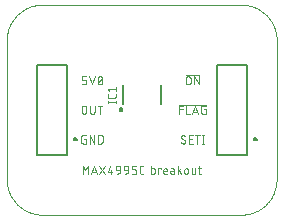
<source format=gto>
G04 EAGLE Gerber RS-274X export*
G75*
%MOMM*%
%FSLAX35Y35*%
%LPD*%
%INsilk_top*%
%IPPOS*%
%AMOC8*
5,1,8,0,0,1.08239X$1,22.5*%
G01*
%ADD10C,0.000000*%
%ADD11C,0.050800*%
%ADD12C,0.127000*%
%ADD13C,0.200000*%


D10*
X1778000Y2240000D02*
X1778000Y1062000D01*
X1778088Y1054751D01*
X1778350Y1047506D01*
X1778788Y1040270D01*
X1779401Y1033046D01*
X1780187Y1025839D01*
X1781148Y1018653D01*
X1782282Y1011493D01*
X1783589Y1004362D01*
X1785068Y997265D01*
X1786717Y990205D01*
X1788537Y983188D01*
X1790526Y976216D01*
X1792683Y969295D01*
X1795006Y962428D01*
X1797495Y955619D01*
X1800148Y948872D01*
X1802962Y942191D01*
X1805938Y935580D01*
X1809072Y929043D01*
X1812363Y922583D01*
X1815810Y916205D01*
X1819409Y909912D01*
X1823160Y903708D01*
X1827059Y897596D01*
X1831105Y891581D01*
X1835295Y885664D01*
X1839627Y879851D01*
X1844098Y874144D01*
X1848705Y868547D01*
X1853447Y863063D01*
X1858319Y857695D01*
X1863320Y852447D01*
X1868447Y847320D01*
X1873695Y842319D01*
X1879063Y837447D01*
X1884547Y832705D01*
X1890144Y828098D01*
X1895851Y823627D01*
X1901664Y819295D01*
X1907581Y815105D01*
X1913596Y811059D01*
X1919708Y807160D01*
X1925912Y803409D01*
X1932205Y799810D01*
X1938583Y796363D01*
X1945043Y793072D01*
X1951580Y789938D01*
X1958191Y786962D01*
X1964872Y784148D01*
X1971619Y781495D01*
X1978428Y779006D01*
X1985295Y776683D01*
X1992216Y774526D01*
X1999188Y772537D01*
X2006205Y770717D01*
X2013265Y769068D01*
X2020362Y767589D01*
X2027493Y766282D01*
X2034653Y765148D01*
X2041839Y764187D01*
X2049046Y763401D01*
X2056270Y762788D01*
X2063506Y762350D01*
X2070751Y762088D01*
X2078000Y762000D01*
X3762337Y762000D01*
X3769696Y762090D01*
X3777050Y762361D01*
X3784395Y762812D01*
X3791727Y763443D01*
X3799042Y764254D01*
X3806334Y765244D01*
X3813600Y766412D01*
X3820835Y767759D01*
X3828034Y769282D01*
X3835195Y770981D01*
X3842311Y772856D01*
X3849379Y774905D01*
X3856395Y777126D01*
X3863354Y779519D01*
X3870253Y782082D01*
X3877086Y784813D01*
X3883851Y787711D01*
X3890542Y790774D01*
X3897157Y794001D01*
X3903690Y797388D01*
X3910138Y800935D01*
X3916497Y804639D01*
X3922763Y808498D01*
X3928933Y812509D01*
X3935003Y816670D01*
X3940968Y820980D01*
X3946827Y825434D01*
X3952574Y830030D01*
X3958206Y834766D01*
X3963721Y839639D01*
X3969115Y844646D01*
X3974384Y849783D01*
X3979526Y855048D01*
X3984537Y860438D01*
X3989414Y865949D01*
X3994154Y871578D01*
X3998755Y877321D01*
X4003214Y883176D01*
X4007528Y889138D01*
X4011694Y895204D01*
X4015711Y901371D01*
X4019574Y907634D01*
X4023283Y913990D01*
X4026835Y920435D01*
X4030228Y926966D01*
X4033460Y933577D01*
X4036528Y940266D01*
X4039432Y947028D01*
X4042169Y953860D01*
X4044737Y960756D01*
X4047135Y967714D01*
X4049362Y974728D01*
X4051417Y981794D01*
X4053297Y988909D01*
X4055002Y996068D01*
X4056531Y1003267D01*
X4057884Y1010501D01*
X4059058Y1017765D01*
X4060054Y1025057D01*
X4060870Y1032371D01*
X4061507Y1039702D01*
X4061964Y1047047D01*
X4062241Y1054401D01*
X4062337Y1061760D01*
X4063662Y2239685D01*
X4063582Y2246939D01*
X4063327Y2254189D01*
X4062896Y2261431D01*
X4062291Y2268660D01*
X4061511Y2275872D01*
X4060557Y2283064D01*
X4059429Y2290230D01*
X4058128Y2297367D01*
X4056655Y2304471D01*
X4055010Y2311536D01*
X4053196Y2318560D01*
X4051212Y2325538D01*
X4049059Y2332466D01*
X4046740Y2339340D01*
X4044256Y2346156D01*
X4041607Y2352910D01*
X4038796Y2359598D01*
X4035823Y2366215D01*
X4032692Y2372759D01*
X4029403Y2379226D01*
X4025959Y2385611D01*
X4022362Y2391910D01*
X4018613Y2398121D01*
X4014715Y2404240D01*
X4010671Y2410262D01*
X4006482Y2416185D01*
X4002151Y2422005D01*
X3997680Y2427718D01*
X3993073Y2433322D01*
X3988331Y2438813D01*
X3983458Y2444187D01*
X3978457Y2449442D01*
X3973330Y2454574D01*
X3968080Y2459581D01*
X3962711Y2464460D01*
X3957225Y2469207D01*
X3951626Y2473821D01*
X3945918Y2478297D01*
X3940102Y2482634D01*
X3934184Y2486830D01*
X3928166Y2490881D01*
X3922051Y2494785D01*
X3915844Y2498540D01*
X3909548Y2502144D01*
X3903167Y2505595D01*
X3896704Y2508890D01*
X3890163Y2512029D01*
X3883549Y2515008D01*
X3876864Y2517826D01*
X3870113Y2520482D01*
X3863300Y2522974D01*
X3856428Y2525300D01*
X3849503Y2527460D01*
X3842527Y2529451D01*
X3835505Y2531273D01*
X3828441Y2532925D01*
X3821339Y2534405D01*
X3814203Y2535714D01*
X3807038Y2536849D01*
X3799848Y2537811D01*
X3792636Y2538599D01*
X3785407Y2539212D01*
X3778166Y2539650D01*
X3770916Y2539913D01*
X3763662Y2540000D01*
X3763663Y2540000D02*
X2078000Y2540000D01*
X2070751Y2539912D01*
X2063506Y2539650D01*
X2056270Y2539212D01*
X2049046Y2538599D01*
X2041839Y2537813D01*
X2034653Y2536852D01*
X2027493Y2535718D01*
X2020362Y2534411D01*
X2013265Y2532932D01*
X2006205Y2531283D01*
X1999188Y2529463D01*
X1992216Y2527474D01*
X1985295Y2525317D01*
X1978428Y2522994D01*
X1971619Y2520505D01*
X1964872Y2517852D01*
X1958191Y2515038D01*
X1951580Y2512062D01*
X1945043Y2508928D01*
X1938583Y2505637D01*
X1932205Y2502190D01*
X1925912Y2498591D01*
X1919708Y2494840D01*
X1913596Y2490941D01*
X1907581Y2486895D01*
X1901664Y2482705D01*
X1895851Y2478373D01*
X1890144Y2473902D01*
X1884547Y2469295D01*
X1879063Y2464553D01*
X1873695Y2459681D01*
X1868447Y2454680D01*
X1863320Y2449553D01*
X1858319Y2444305D01*
X1853447Y2438937D01*
X1848705Y2433453D01*
X1844098Y2427856D01*
X1839627Y2422149D01*
X1835295Y2416336D01*
X1831105Y2410419D01*
X1827059Y2404404D01*
X1823160Y2398292D01*
X1819409Y2392088D01*
X1815810Y2385795D01*
X1812363Y2379417D01*
X1809072Y2372957D01*
X1805938Y2366420D01*
X1802962Y2359809D01*
X1800148Y2353128D01*
X1797495Y2346381D01*
X1795006Y2339572D01*
X1792683Y2332705D01*
X1790526Y2325784D01*
X1788537Y2318812D01*
X1786717Y2311795D01*
X1785068Y2304735D01*
X1783589Y2297638D01*
X1782282Y2290507D01*
X1781148Y2283347D01*
X1780187Y2276161D01*
X1779401Y2268954D01*
X1778788Y2261730D01*
X1778350Y2254494D01*
X1778088Y2247249D01*
X1778000Y2240000D01*
D11*
X2435769Y1403884D02*
X2447422Y1403884D01*
X2447422Y1365040D01*
X2424115Y1365040D01*
X2423740Y1365045D01*
X2423364Y1365058D01*
X2422990Y1365081D01*
X2422615Y1365113D01*
X2422242Y1365153D01*
X2421870Y1365203D01*
X2421499Y1365262D01*
X2421130Y1365329D01*
X2420762Y1365406D01*
X2420397Y1365492D01*
X2420033Y1365586D01*
X2419672Y1365689D01*
X2419313Y1365800D01*
X2418958Y1365921D01*
X2418605Y1366050D01*
X2418256Y1366187D01*
X2417910Y1366333D01*
X2417567Y1366487D01*
X2417229Y1366649D01*
X2416894Y1366820D01*
X2416564Y1366998D01*
X2416238Y1367185D01*
X2415917Y1367379D01*
X2415600Y1367581D01*
X2415288Y1367790D01*
X2414982Y1368007D01*
X2414681Y1368232D01*
X2414385Y1368463D01*
X2414095Y1368702D01*
X2413811Y1368948D01*
X2413533Y1369200D01*
X2413262Y1369459D01*
X2412996Y1369725D01*
X2412737Y1369996D01*
X2412485Y1370274D01*
X2412239Y1370558D01*
X2412000Y1370848D01*
X2411769Y1371144D01*
X2411544Y1371445D01*
X2411327Y1371751D01*
X2411118Y1372063D01*
X2410916Y1372380D01*
X2410722Y1372701D01*
X2410535Y1373027D01*
X2410357Y1373357D01*
X2410186Y1373692D01*
X2410024Y1374030D01*
X2409870Y1374373D01*
X2409724Y1374719D01*
X2409587Y1375068D01*
X2409458Y1375421D01*
X2409337Y1375776D01*
X2409226Y1376135D01*
X2409123Y1376496D01*
X2409029Y1376860D01*
X2408943Y1377225D01*
X2408866Y1377593D01*
X2408799Y1377962D01*
X2408740Y1378333D01*
X2408690Y1378705D01*
X2408650Y1379078D01*
X2408618Y1379453D01*
X2408595Y1379827D01*
X2408582Y1380203D01*
X2408577Y1380578D01*
X2408578Y1380578D02*
X2408578Y1419422D01*
X2408583Y1419803D01*
X2408597Y1420184D01*
X2408620Y1420565D01*
X2408653Y1420945D01*
X2408695Y1421324D01*
X2408746Y1421702D01*
X2408807Y1422078D01*
X2408877Y1422453D01*
X2408956Y1422826D01*
X2409044Y1423197D01*
X2409141Y1423566D01*
X2409247Y1423932D01*
X2409362Y1424296D01*
X2409486Y1424657D01*
X2409619Y1425014D01*
X2409761Y1425368D01*
X2409911Y1425719D01*
X2410070Y1426065D01*
X2410237Y1426408D01*
X2410413Y1426746D01*
X2410597Y1427081D01*
X2410789Y1427410D01*
X2410989Y1427735D01*
X2411197Y1428054D01*
X2411412Y1428369D01*
X2411636Y1428678D01*
X2411867Y1428981D01*
X2412105Y1429279D01*
X2412350Y1429571D01*
X2412603Y1429857D01*
X2412863Y1430136D01*
X2413129Y1430409D01*
X2413402Y1430675D01*
X2413681Y1430935D01*
X2413967Y1431187D01*
X2414259Y1431433D01*
X2414556Y1431671D01*
X2414860Y1431902D01*
X2415169Y1432126D01*
X2415483Y1432341D01*
X2415803Y1432549D01*
X2416128Y1432749D01*
X2416457Y1432941D01*
X2416791Y1433125D01*
X2417130Y1433301D01*
X2417472Y1433468D01*
X2417819Y1433627D01*
X2418170Y1433777D01*
X2418524Y1433919D01*
X2418881Y1434052D01*
X2419242Y1434176D01*
X2419605Y1434291D01*
X2419972Y1434397D01*
X2420340Y1434494D01*
X2420711Y1434582D01*
X2421084Y1434661D01*
X2421459Y1434731D01*
X2421836Y1434792D01*
X2422214Y1434843D01*
X2422593Y1434885D01*
X2422973Y1434918D01*
X2423353Y1434941D01*
X2423734Y1434955D01*
X2424116Y1434960D01*
X2424115Y1434960D02*
X2447422Y1434960D01*
X2480578Y1434960D02*
X2480578Y1365040D01*
X2519422Y1365040D02*
X2480578Y1434960D01*
X2519422Y1434960D02*
X2519422Y1365040D01*
X2552578Y1365040D02*
X2552578Y1434960D01*
X2572000Y1434960D01*
X2572469Y1434954D01*
X2572938Y1434937D01*
X2573407Y1434909D01*
X2573875Y1434869D01*
X2574341Y1434818D01*
X2574806Y1434756D01*
X2575270Y1434683D01*
X2575732Y1434598D01*
X2576191Y1434502D01*
X2576648Y1434396D01*
X2577102Y1434278D01*
X2577554Y1434149D01*
X2578002Y1434009D01*
X2578446Y1433859D01*
X2578887Y1433698D01*
X2579324Y1433526D01*
X2579757Y1433344D01*
X2580185Y1433151D01*
X2580608Y1432948D01*
X2581026Y1432735D01*
X2581439Y1432512D01*
X2581846Y1432279D01*
X2582248Y1432036D01*
X2582644Y1431784D01*
X2583033Y1431522D01*
X2583416Y1431251D01*
X2583792Y1430970D01*
X2584162Y1430681D01*
X2584524Y1430382D01*
X2584879Y1430075D01*
X2585227Y1429760D01*
X2585567Y1429436D01*
X2585898Y1429104D01*
X2586222Y1428765D01*
X2586538Y1428417D01*
X2586845Y1428062D01*
X2587143Y1427700D01*
X2587432Y1427330D01*
X2587713Y1426954D01*
X2587984Y1426571D01*
X2588246Y1426181D01*
X2588498Y1425786D01*
X2588741Y1425384D01*
X2588974Y1424977D01*
X2589197Y1424564D01*
X2589411Y1424145D01*
X2589613Y1423722D01*
X2589806Y1423294D01*
X2589988Y1422862D01*
X2590160Y1422425D01*
X2590321Y1421984D01*
X2590471Y1421539D01*
X2590611Y1421091D01*
X2590740Y1420640D01*
X2590858Y1420186D01*
X2590964Y1419729D01*
X2591060Y1419269D01*
X2591145Y1418808D01*
X2591218Y1418344D01*
X2591280Y1417879D01*
X2591331Y1417412D01*
X2591371Y1416945D01*
X2591399Y1416476D01*
X2591416Y1416007D01*
X2591422Y1415538D01*
X2591422Y1384462D01*
X2591423Y1384462D02*
X2591417Y1383985D01*
X2591400Y1383509D01*
X2591370Y1383033D01*
X2591329Y1382558D01*
X2591277Y1382084D01*
X2591213Y1381612D01*
X2591137Y1381141D01*
X2591050Y1380673D01*
X2590951Y1380206D01*
X2590841Y1379743D01*
X2590719Y1379282D01*
X2590587Y1378824D01*
X2590443Y1378369D01*
X2590288Y1377919D01*
X2590122Y1377472D01*
X2589945Y1377029D01*
X2589757Y1376591D01*
X2589558Y1376158D01*
X2589349Y1375729D01*
X2589130Y1375306D01*
X2588900Y1374889D01*
X2588660Y1374477D01*
X2588410Y1374071D01*
X2588150Y1373671D01*
X2587880Y1373278D01*
X2587601Y1372892D01*
X2587312Y1372512D01*
X2587014Y1372140D01*
X2586707Y1371776D01*
X2586392Y1371418D01*
X2586067Y1371069D01*
X2585734Y1370728D01*
X2585393Y1370395D01*
X2585044Y1370071D01*
X2584687Y1369755D01*
X2584322Y1369448D01*
X2583950Y1369150D01*
X2583570Y1368861D01*
X2583184Y1368582D01*
X2582791Y1368312D01*
X2582391Y1368053D01*
X2581986Y1367802D01*
X2581574Y1367562D01*
X2581156Y1367333D01*
X2580733Y1367113D01*
X2580305Y1366904D01*
X2579871Y1366705D01*
X2579433Y1366518D01*
X2578990Y1366341D01*
X2578544Y1366174D01*
X2578093Y1366019D01*
X2577638Y1365875D01*
X2577181Y1365743D01*
X2576720Y1365621D01*
X2576256Y1365511D01*
X2575790Y1365412D01*
X2575321Y1365325D01*
X2574850Y1365249D01*
X2574378Y1365185D01*
X2573904Y1365133D01*
X2573429Y1365092D01*
X2572953Y1365062D01*
X2572477Y1365045D01*
X2572000Y1365039D01*
X2572000Y1365040D02*
X2552578Y1365040D01*
X2413078Y1634462D02*
X2413078Y1665538D01*
X2413084Y1666011D01*
X2413101Y1666484D01*
X2413130Y1666956D01*
X2413170Y1667427D01*
X2413222Y1667897D01*
X2413285Y1668366D01*
X2413360Y1668833D01*
X2413445Y1669298D01*
X2413543Y1669761D01*
X2413651Y1670221D01*
X2413771Y1670679D01*
X2413901Y1671133D01*
X2414043Y1671585D01*
X2414196Y1672032D01*
X2414360Y1672476D01*
X2414534Y1672916D01*
X2414719Y1673351D01*
X2414914Y1673782D01*
X2415120Y1674208D01*
X2415337Y1674628D01*
X2415563Y1675043D01*
X2415800Y1675453D01*
X2416046Y1675857D01*
X2416302Y1676254D01*
X2416568Y1676646D01*
X2416843Y1677030D01*
X2417128Y1677408D01*
X2417421Y1677779D01*
X2417724Y1678143D01*
X2418035Y1678499D01*
X2418355Y1678847D01*
X2418683Y1679188D01*
X2419020Y1679520D01*
X2419364Y1679844D01*
X2419716Y1680160D01*
X2420076Y1680467D01*
X2420443Y1680765D01*
X2420818Y1681054D01*
X2421199Y1681334D01*
X2421587Y1681604D01*
X2421982Y1681865D01*
X2422382Y1682116D01*
X2422789Y1682358D01*
X2423201Y1682589D01*
X2423619Y1682811D01*
X2424043Y1683022D01*
X2424471Y1683223D01*
X2424904Y1683413D01*
X2425341Y1683593D01*
X2425783Y1683762D01*
X2426229Y1683920D01*
X2426678Y1684067D01*
X2427131Y1684203D01*
X2427588Y1684328D01*
X2428047Y1684443D01*
X2428508Y1684545D01*
X2428972Y1684637D01*
X2429438Y1684717D01*
X2429906Y1684786D01*
X2430376Y1684843D01*
X2430847Y1684889D01*
X2431318Y1684924D01*
X2431791Y1684947D01*
X2432264Y1684959D01*
X2432736Y1684959D01*
X2433209Y1684947D01*
X2433682Y1684924D01*
X2434153Y1684889D01*
X2434624Y1684843D01*
X2435094Y1684786D01*
X2435562Y1684717D01*
X2436028Y1684637D01*
X2436492Y1684545D01*
X2436953Y1684443D01*
X2437412Y1684328D01*
X2437869Y1684203D01*
X2438322Y1684067D01*
X2438771Y1683920D01*
X2439217Y1683762D01*
X2439659Y1683593D01*
X2440096Y1683413D01*
X2440529Y1683223D01*
X2440957Y1683022D01*
X2441381Y1682811D01*
X2441799Y1682589D01*
X2442211Y1682358D01*
X2442618Y1682116D01*
X2443018Y1681865D01*
X2443413Y1681604D01*
X2443801Y1681334D01*
X2444182Y1681054D01*
X2444557Y1680765D01*
X2444924Y1680467D01*
X2445284Y1680160D01*
X2445636Y1679844D01*
X2445980Y1679520D01*
X2446317Y1679188D01*
X2446645Y1678847D01*
X2446965Y1678499D01*
X2447276Y1678143D01*
X2447579Y1677779D01*
X2447872Y1677408D01*
X2448157Y1677030D01*
X2448432Y1676646D01*
X2448698Y1676254D01*
X2448954Y1675857D01*
X2449200Y1675453D01*
X2449437Y1675043D01*
X2449663Y1674628D01*
X2449880Y1674208D01*
X2450086Y1673782D01*
X2450281Y1673351D01*
X2450466Y1672916D01*
X2450640Y1672476D01*
X2450804Y1672032D01*
X2450957Y1671585D01*
X2451099Y1671133D01*
X2451229Y1670679D01*
X2451349Y1670221D01*
X2451457Y1669761D01*
X2451555Y1669298D01*
X2451640Y1668833D01*
X2451715Y1668366D01*
X2451778Y1667897D01*
X2451830Y1667427D01*
X2451870Y1666956D01*
X2451899Y1666484D01*
X2451916Y1666011D01*
X2451922Y1665538D01*
X2451922Y1634462D01*
X2451916Y1633989D01*
X2451899Y1633516D01*
X2451870Y1633044D01*
X2451830Y1632573D01*
X2451778Y1632103D01*
X2451715Y1631634D01*
X2451640Y1631167D01*
X2451555Y1630702D01*
X2451457Y1630239D01*
X2451349Y1629779D01*
X2451229Y1629321D01*
X2451099Y1628867D01*
X2450957Y1628415D01*
X2450804Y1627968D01*
X2450640Y1627524D01*
X2450466Y1627084D01*
X2450281Y1626649D01*
X2450086Y1626218D01*
X2449880Y1625792D01*
X2449663Y1625372D01*
X2449437Y1624957D01*
X2449200Y1624547D01*
X2448954Y1624143D01*
X2448698Y1623746D01*
X2448432Y1623354D01*
X2448157Y1622970D01*
X2447872Y1622592D01*
X2447579Y1622221D01*
X2447276Y1621857D01*
X2446965Y1621501D01*
X2446645Y1621153D01*
X2446317Y1620812D01*
X2445980Y1620480D01*
X2445636Y1620156D01*
X2445284Y1619840D01*
X2444924Y1619533D01*
X2444557Y1619235D01*
X2444182Y1618946D01*
X2443801Y1618666D01*
X2443413Y1618396D01*
X2443018Y1618135D01*
X2442618Y1617884D01*
X2442211Y1617642D01*
X2441799Y1617411D01*
X2441381Y1617189D01*
X2440957Y1616978D01*
X2440529Y1616777D01*
X2440096Y1616587D01*
X2439659Y1616407D01*
X2439217Y1616238D01*
X2438771Y1616080D01*
X2438322Y1615933D01*
X2437869Y1615797D01*
X2437412Y1615672D01*
X2436953Y1615557D01*
X2436492Y1615455D01*
X2436028Y1615363D01*
X2435562Y1615283D01*
X2435094Y1615214D01*
X2434624Y1615157D01*
X2434153Y1615111D01*
X2433682Y1615076D01*
X2433209Y1615053D01*
X2432736Y1615041D01*
X2432264Y1615041D01*
X2431791Y1615053D01*
X2431318Y1615076D01*
X2430847Y1615111D01*
X2430376Y1615157D01*
X2429906Y1615214D01*
X2429438Y1615283D01*
X2428972Y1615363D01*
X2428508Y1615455D01*
X2428047Y1615557D01*
X2427588Y1615672D01*
X2427131Y1615797D01*
X2426678Y1615933D01*
X2426229Y1616080D01*
X2425783Y1616238D01*
X2425341Y1616407D01*
X2424904Y1616587D01*
X2424471Y1616777D01*
X2424043Y1616978D01*
X2423619Y1617189D01*
X2423201Y1617411D01*
X2422789Y1617642D01*
X2422382Y1617884D01*
X2421982Y1618135D01*
X2421587Y1618396D01*
X2421199Y1618666D01*
X2420818Y1618946D01*
X2420443Y1619235D01*
X2420076Y1619533D01*
X2419716Y1619840D01*
X2419364Y1620156D01*
X2419020Y1620480D01*
X2418683Y1620812D01*
X2418355Y1621153D01*
X2418035Y1621501D01*
X2417724Y1621857D01*
X2417421Y1622221D01*
X2417128Y1622592D01*
X2416843Y1622970D01*
X2416568Y1623354D01*
X2416302Y1623746D01*
X2416046Y1624143D01*
X2415800Y1624547D01*
X2415563Y1624957D01*
X2415337Y1625372D01*
X2415120Y1625792D01*
X2414914Y1626218D01*
X2414719Y1626649D01*
X2414534Y1627084D01*
X2414360Y1627524D01*
X2414196Y1627968D01*
X2414043Y1628415D01*
X2413901Y1628867D01*
X2413771Y1629321D01*
X2413651Y1629779D01*
X2413543Y1630239D01*
X2413445Y1630702D01*
X2413360Y1631167D01*
X2413285Y1631634D01*
X2413222Y1632103D01*
X2413170Y1632573D01*
X2413130Y1633044D01*
X2413101Y1633516D01*
X2413084Y1633989D01*
X2413078Y1634462D01*
X2482828Y1634462D02*
X2482828Y1684960D01*
X2482828Y1634462D02*
X2482834Y1633989D01*
X2482851Y1633516D01*
X2482880Y1633044D01*
X2482920Y1632573D01*
X2482972Y1632103D01*
X2483035Y1631634D01*
X2483110Y1631167D01*
X2483195Y1630702D01*
X2483293Y1630239D01*
X2483401Y1629779D01*
X2483521Y1629321D01*
X2483651Y1628867D01*
X2483793Y1628415D01*
X2483946Y1627968D01*
X2484110Y1627524D01*
X2484284Y1627084D01*
X2484469Y1626649D01*
X2484664Y1626218D01*
X2484870Y1625792D01*
X2485087Y1625372D01*
X2485313Y1624957D01*
X2485550Y1624547D01*
X2485796Y1624143D01*
X2486052Y1623746D01*
X2486318Y1623354D01*
X2486593Y1622970D01*
X2486878Y1622592D01*
X2487171Y1622221D01*
X2487474Y1621857D01*
X2487785Y1621501D01*
X2488105Y1621153D01*
X2488433Y1620812D01*
X2488770Y1620480D01*
X2489114Y1620156D01*
X2489466Y1619840D01*
X2489826Y1619533D01*
X2490193Y1619235D01*
X2490568Y1618946D01*
X2490949Y1618666D01*
X2491337Y1618396D01*
X2491732Y1618135D01*
X2492132Y1617884D01*
X2492539Y1617642D01*
X2492951Y1617411D01*
X2493369Y1617189D01*
X2493793Y1616978D01*
X2494221Y1616777D01*
X2494654Y1616587D01*
X2495091Y1616407D01*
X2495533Y1616238D01*
X2495979Y1616080D01*
X2496428Y1615933D01*
X2496881Y1615797D01*
X2497338Y1615672D01*
X2497797Y1615557D01*
X2498258Y1615455D01*
X2498722Y1615363D01*
X2499188Y1615283D01*
X2499656Y1615214D01*
X2500126Y1615157D01*
X2500597Y1615111D01*
X2501068Y1615076D01*
X2501541Y1615053D01*
X2502014Y1615041D01*
X2502486Y1615041D01*
X2502959Y1615053D01*
X2503432Y1615076D01*
X2503903Y1615111D01*
X2504374Y1615157D01*
X2504844Y1615214D01*
X2505312Y1615283D01*
X2505778Y1615363D01*
X2506242Y1615455D01*
X2506703Y1615557D01*
X2507162Y1615672D01*
X2507619Y1615797D01*
X2508072Y1615933D01*
X2508521Y1616080D01*
X2508967Y1616238D01*
X2509409Y1616407D01*
X2509846Y1616587D01*
X2510279Y1616777D01*
X2510707Y1616978D01*
X2511131Y1617189D01*
X2511549Y1617411D01*
X2511961Y1617642D01*
X2512368Y1617884D01*
X2512768Y1618135D01*
X2513163Y1618396D01*
X2513551Y1618666D01*
X2513932Y1618946D01*
X2514307Y1619235D01*
X2514674Y1619533D01*
X2515034Y1619840D01*
X2515386Y1620156D01*
X2515730Y1620480D01*
X2516067Y1620812D01*
X2516395Y1621153D01*
X2516715Y1621501D01*
X2517026Y1621857D01*
X2517329Y1622221D01*
X2517622Y1622592D01*
X2517907Y1622970D01*
X2518182Y1623354D01*
X2518448Y1623746D01*
X2518704Y1624143D01*
X2518950Y1624547D01*
X2519187Y1624957D01*
X2519413Y1625372D01*
X2519630Y1625792D01*
X2519836Y1626218D01*
X2520031Y1626649D01*
X2520216Y1627084D01*
X2520390Y1627524D01*
X2520554Y1627968D01*
X2520707Y1628415D01*
X2520849Y1628867D01*
X2520979Y1629321D01*
X2521099Y1629779D01*
X2521207Y1630239D01*
X2521305Y1630702D01*
X2521390Y1631167D01*
X2521465Y1631634D01*
X2521528Y1632103D01*
X2521580Y1632573D01*
X2521620Y1633044D01*
X2521649Y1633516D01*
X2521666Y1633989D01*
X2521672Y1634462D01*
X2521672Y1684960D01*
X2567500Y1684960D02*
X2567500Y1615040D01*
X2548078Y1684960D02*
X2586922Y1684960D01*
X2436384Y1865040D02*
X2413078Y1865040D01*
X2436384Y1865040D02*
X2436765Y1865045D01*
X2437146Y1865059D01*
X2437527Y1865082D01*
X2437907Y1865115D01*
X2438286Y1865157D01*
X2438664Y1865208D01*
X2439040Y1865269D01*
X2439415Y1865339D01*
X2439788Y1865418D01*
X2440159Y1865506D01*
X2440528Y1865603D01*
X2440894Y1865709D01*
X2441258Y1865824D01*
X2441619Y1865948D01*
X2441976Y1866081D01*
X2442330Y1866223D01*
X2442681Y1866373D01*
X2443027Y1866532D01*
X2443370Y1866699D01*
X2443708Y1866875D01*
X2444043Y1867059D01*
X2444372Y1867251D01*
X2444697Y1867451D01*
X2445016Y1867659D01*
X2445331Y1867874D01*
X2445640Y1868098D01*
X2445943Y1868329D01*
X2446241Y1868567D01*
X2446533Y1868812D01*
X2446819Y1869065D01*
X2447098Y1869325D01*
X2447371Y1869591D01*
X2447637Y1869864D01*
X2447897Y1870143D01*
X2448149Y1870429D01*
X2448395Y1870721D01*
X2448633Y1871018D01*
X2448864Y1871322D01*
X2449088Y1871631D01*
X2449303Y1871945D01*
X2449511Y1872265D01*
X2449711Y1872590D01*
X2449903Y1872919D01*
X2450087Y1873253D01*
X2450263Y1873592D01*
X2450430Y1873934D01*
X2450589Y1874281D01*
X2450739Y1874632D01*
X2450881Y1874986D01*
X2451014Y1875343D01*
X2451138Y1875704D01*
X2451253Y1876067D01*
X2451359Y1876434D01*
X2451456Y1876802D01*
X2451544Y1877173D01*
X2451623Y1877546D01*
X2451693Y1877921D01*
X2451754Y1878298D01*
X2451805Y1878676D01*
X2451847Y1879055D01*
X2451880Y1879435D01*
X2451903Y1879815D01*
X2451917Y1880196D01*
X2451922Y1880578D01*
X2451922Y1888347D01*
X2451917Y1888722D01*
X2451904Y1889098D01*
X2451881Y1889472D01*
X2451849Y1889847D01*
X2451809Y1890220D01*
X2451759Y1890592D01*
X2451700Y1890963D01*
X2451633Y1891332D01*
X2451556Y1891700D01*
X2451470Y1892065D01*
X2451376Y1892429D01*
X2451273Y1892790D01*
X2451162Y1893149D01*
X2451041Y1893504D01*
X2450912Y1893857D01*
X2450775Y1894206D01*
X2450629Y1894552D01*
X2450475Y1894895D01*
X2450313Y1895233D01*
X2450142Y1895568D01*
X2449964Y1895898D01*
X2449777Y1896224D01*
X2449583Y1896545D01*
X2449381Y1896862D01*
X2449172Y1897174D01*
X2448955Y1897480D01*
X2448730Y1897781D01*
X2448499Y1898077D01*
X2448260Y1898367D01*
X2448014Y1898651D01*
X2447762Y1898929D01*
X2447503Y1899200D01*
X2447237Y1899466D01*
X2446966Y1899725D01*
X2446688Y1899977D01*
X2446404Y1900223D01*
X2446114Y1900462D01*
X2445818Y1900693D01*
X2445517Y1900918D01*
X2445211Y1901135D01*
X2444899Y1901344D01*
X2444582Y1901546D01*
X2444261Y1901740D01*
X2443935Y1901927D01*
X2443605Y1902105D01*
X2443270Y1902276D01*
X2442932Y1902438D01*
X2442589Y1902592D01*
X2442243Y1902738D01*
X2441894Y1902875D01*
X2441541Y1903004D01*
X2441186Y1903125D01*
X2440827Y1903236D01*
X2440466Y1903339D01*
X2440102Y1903433D01*
X2439737Y1903519D01*
X2439369Y1903596D01*
X2439000Y1903663D01*
X2438629Y1903722D01*
X2438257Y1903772D01*
X2437884Y1903812D01*
X2437509Y1903844D01*
X2437135Y1903867D01*
X2436759Y1903880D01*
X2436384Y1903885D01*
X2436384Y1903884D02*
X2413078Y1903884D01*
X2413078Y1934960D01*
X2451922Y1934960D01*
X2476693Y1934960D02*
X2500000Y1865040D01*
X2523307Y1934960D01*
X2553905Y1925249D02*
X2553317Y1924005D01*
X2552758Y1922748D01*
X2552231Y1921478D01*
X2551733Y1920195D01*
X2551266Y1918901D01*
X2550831Y1917597D01*
X2550426Y1916282D01*
X2550053Y1914958D01*
X2549712Y1913625D01*
X2549403Y1912285D01*
X2549126Y1910938D01*
X2548881Y1909584D01*
X2548668Y1908225D01*
X2548488Y1906861D01*
X2548341Y1905494D01*
X2548226Y1904123D01*
X2548144Y1902750D01*
X2548094Y1901375D01*
X2548078Y1900000D01*
X2553904Y1925249D02*
X2554021Y1925579D01*
X2554147Y1925905D01*
X2554280Y1926228D01*
X2554421Y1926548D01*
X2554570Y1926864D01*
X2554726Y1927177D01*
X2554890Y1927486D01*
X2555062Y1927790D01*
X2555241Y1928091D01*
X2555427Y1928387D01*
X2555620Y1928678D01*
X2555820Y1928965D01*
X2556027Y1929246D01*
X2556241Y1929523D01*
X2556462Y1929794D01*
X2556689Y1930060D01*
X2556923Y1930320D01*
X2557163Y1930574D01*
X2557409Y1930823D01*
X2557660Y1931065D01*
X2557918Y1931301D01*
X2558182Y1931531D01*
X2558450Y1931754D01*
X2558725Y1931971D01*
X2559004Y1932181D01*
X2559289Y1932384D01*
X2559578Y1932581D01*
X2559872Y1932770D01*
X2560171Y1932952D01*
X2560473Y1933126D01*
X2560780Y1933294D01*
X2561091Y1933453D01*
X2561406Y1933605D01*
X2561725Y1933750D01*
X2562046Y1933886D01*
X2562372Y1934015D01*
X2562700Y1934136D01*
X2563031Y1934248D01*
X2563364Y1934353D01*
X2563700Y1934450D01*
X2564038Y1934538D01*
X2564379Y1934618D01*
X2564721Y1934690D01*
X2565065Y1934753D01*
X2565410Y1934808D01*
X2565756Y1934855D01*
X2566104Y1934893D01*
X2566452Y1934923D01*
X2566801Y1934944D01*
X2567150Y1934957D01*
X2567500Y1934961D01*
X2567500Y1934960D02*
X2567850Y1934956D01*
X2568199Y1934943D01*
X2568548Y1934922D01*
X2568896Y1934892D01*
X2569244Y1934854D01*
X2569590Y1934807D01*
X2569935Y1934752D01*
X2570279Y1934689D01*
X2570621Y1934617D01*
X2570962Y1934537D01*
X2571300Y1934449D01*
X2571636Y1934352D01*
X2571969Y1934247D01*
X2572300Y1934135D01*
X2572628Y1934014D01*
X2572953Y1933885D01*
X2573275Y1933749D01*
X2573593Y1933604D01*
X2573908Y1933452D01*
X2574219Y1933293D01*
X2574526Y1933125D01*
X2574829Y1932951D01*
X2575128Y1932769D01*
X2575422Y1932580D01*
X2575711Y1932384D01*
X2575995Y1932180D01*
X2576275Y1931970D01*
X2576549Y1931754D01*
X2576818Y1931530D01*
X2577081Y1931300D01*
X2577339Y1931064D01*
X2577591Y1930822D01*
X2577837Y1930573D01*
X2578077Y1930319D01*
X2578310Y1930059D01*
X2578537Y1929793D01*
X2578758Y1929522D01*
X2578972Y1929245D01*
X2579179Y1928964D01*
X2579379Y1928677D01*
X2579573Y1928386D01*
X2579759Y1928090D01*
X2579938Y1927790D01*
X2580109Y1927485D01*
X2580273Y1927176D01*
X2580429Y1926864D01*
X2580578Y1926547D01*
X2580719Y1926227D01*
X2580853Y1925904D01*
X2580978Y1925578D01*
X2581095Y1925249D01*
X2581683Y1924005D01*
X2582241Y1922748D01*
X2582769Y1921478D01*
X2583267Y1920195D01*
X2583733Y1918901D01*
X2584169Y1917597D01*
X2584574Y1916282D01*
X2584947Y1914958D01*
X2585288Y1913625D01*
X2585597Y1912285D01*
X2585874Y1910938D01*
X2586119Y1909584D01*
X2586332Y1908225D01*
X2586512Y1906862D01*
X2586659Y1905494D01*
X2586774Y1904123D01*
X2586856Y1902750D01*
X2586906Y1901375D01*
X2586922Y1900000D01*
X2548077Y1900000D02*
X2548093Y1898625D01*
X2548143Y1897250D01*
X2548225Y1895877D01*
X2548340Y1894506D01*
X2548487Y1893138D01*
X2548667Y1891775D01*
X2548880Y1890416D01*
X2549125Y1889062D01*
X2549402Y1887715D01*
X2549711Y1886374D01*
X2550052Y1885042D01*
X2550425Y1883718D01*
X2550830Y1882403D01*
X2551265Y1881098D01*
X2551732Y1879804D01*
X2552230Y1878522D01*
X2552757Y1877252D01*
X2553316Y1875994D01*
X2553904Y1874751D01*
X2554021Y1874422D01*
X2554147Y1874096D01*
X2554280Y1873772D01*
X2554421Y1873453D01*
X2554570Y1873136D01*
X2554726Y1872824D01*
X2554890Y1872515D01*
X2555062Y1872210D01*
X2555241Y1871910D01*
X2555427Y1871614D01*
X2555620Y1871323D01*
X2555820Y1871036D01*
X2556028Y1870755D01*
X2556242Y1870478D01*
X2556462Y1870207D01*
X2556689Y1869941D01*
X2556923Y1869681D01*
X2557163Y1869427D01*
X2557409Y1869178D01*
X2557661Y1868936D01*
X2557918Y1868700D01*
X2558182Y1868470D01*
X2558451Y1868246D01*
X2558725Y1868030D01*
X2559004Y1867820D01*
X2559289Y1867616D01*
X2559578Y1867420D01*
X2559872Y1867231D01*
X2560171Y1867049D01*
X2560474Y1866875D01*
X2560781Y1866707D01*
X2561092Y1866548D01*
X2561406Y1866396D01*
X2561725Y1866251D01*
X2562047Y1866115D01*
X2562372Y1865986D01*
X2562700Y1865865D01*
X2563031Y1865753D01*
X2563364Y1865648D01*
X2563700Y1865551D01*
X2564038Y1865463D01*
X2564379Y1865383D01*
X2564721Y1865311D01*
X2565065Y1865248D01*
X2565410Y1865193D01*
X2565756Y1865146D01*
X2566104Y1865108D01*
X2566452Y1865078D01*
X2566801Y1865057D01*
X2567150Y1865044D01*
X2567500Y1865040D01*
X2581095Y1874751D02*
X2581683Y1875994D01*
X2582241Y1877252D01*
X2582769Y1878522D01*
X2583267Y1879804D01*
X2583733Y1881098D01*
X2584169Y1882403D01*
X2584574Y1883718D01*
X2584947Y1885042D01*
X2585288Y1886374D01*
X2585597Y1887715D01*
X2585874Y1889062D01*
X2586119Y1890416D01*
X2586332Y1891775D01*
X2586512Y1893138D01*
X2586659Y1894506D01*
X2586774Y1895877D01*
X2586856Y1897250D01*
X2586906Y1898625D01*
X2586922Y1900000D01*
X2581095Y1874751D02*
X2580978Y1874422D01*
X2580852Y1874095D01*
X2580719Y1873772D01*
X2580578Y1873452D01*
X2580429Y1873136D01*
X2580273Y1872824D01*
X2580109Y1872515D01*
X2579937Y1872210D01*
X2579759Y1871910D01*
X2579572Y1871614D01*
X2579379Y1871323D01*
X2579179Y1871036D01*
X2578972Y1870755D01*
X2578758Y1870478D01*
X2578537Y1870207D01*
X2578310Y1869941D01*
X2578077Y1869681D01*
X2577837Y1869427D01*
X2577591Y1869178D01*
X2577339Y1868936D01*
X2577081Y1868700D01*
X2576818Y1868470D01*
X2576549Y1868246D01*
X2576275Y1868030D01*
X2575995Y1867820D01*
X2575711Y1867616D01*
X2575422Y1867420D01*
X2575128Y1867231D01*
X2574829Y1867049D01*
X2574526Y1866875D01*
X2574219Y1866707D01*
X2573908Y1866548D01*
X2573593Y1866396D01*
X2573275Y1866251D01*
X2572953Y1866115D01*
X2572628Y1865986D01*
X2572300Y1865865D01*
X2571969Y1865753D01*
X2571636Y1865648D01*
X2571300Y1865551D01*
X2570961Y1865463D01*
X2570621Y1865383D01*
X2570279Y1865311D01*
X2569935Y1865248D01*
X2569590Y1865193D01*
X2569244Y1865146D01*
X2568896Y1865108D01*
X2568548Y1865078D01*
X2568199Y1865057D01*
X2567850Y1865044D01*
X2567500Y1865040D01*
X2551962Y1880578D02*
X2583038Y1919422D01*
X3293163Y1945120D02*
X3406837Y1945120D01*
X3295703Y1915538D02*
X3295703Y1884462D01*
X3295703Y1915538D02*
X3295709Y1916011D01*
X3295726Y1916484D01*
X3295755Y1916956D01*
X3295795Y1917427D01*
X3295847Y1917897D01*
X3295910Y1918366D01*
X3295985Y1918833D01*
X3296070Y1919298D01*
X3296168Y1919761D01*
X3296276Y1920221D01*
X3296396Y1920679D01*
X3296526Y1921133D01*
X3296668Y1921585D01*
X3296821Y1922032D01*
X3296985Y1922476D01*
X3297159Y1922916D01*
X3297344Y1923351D01*
X3297539Y1923782D01*
X3297745Y1924208D01*
X3297962Y1924628D01*
X3298188Y1925043D01*
X3298425Y1925453D01*
X3298671Y1925857D01*
X3298927Y1926254D01*
X3299193Y1926646D01*
X3299468Y1927030D01*
X3299753Y1927408D01*
X3300046Y1927779D01*
X3300349Y1928143D01*
X3300660Y1928499D01*
X3300980Y1928847D01*
X3301308Y1929188D01*
X3301645Y1929520D01*
X3301989Y1929844D01*
X3302341Y1930160D01*
X3302701Y1930467D01*
X3303068Y1930765D01*
X3303443Y1931054D01*
X3303824Y1931334D01*
X3304212Y1931604D01*
X3304607Y1931865D01*
X3305007Y1932116D01*
X3305414Y1932358D01*
X3305826Y1932589D01*
X3306244Y1932811D01*
X3306668Y1933022D01*
X3307096Y1933223D01*
X3307529Y1933413D01*
X3307966Y1933593D01*
X3308408Y1933762D01*
X3308854Y1933920D01*
X3309303Y1934067D01*
X3309756Y1934203D01*
X3310213Y1934328D01*
X3310672Y1934443D01*
X3311133Y1934545D01*
X3311597Y1934637D01*
X3312063Y1934717D01*
X3312531Y1934786D01*
X3313001Y1934843D01*
X3313472Y1934889D01*
X3313943Y1934924D01*
X3314416Y1934947D01*
X3314889Y1934959D01*
X3315361Y1934959D01*
X3315834Y1934947D01*
X3316307Y1934924D01*
X3316778Y1934889D01*
X3317249Y1934843D01*
X3317719Y1934786D01*
X3318187Y1934717D01*
X3318653Y1934637D01*
X3319117Y1934545D01*
X3319578Y1934443D01*
X3320037Y1934328D01*
X3320494Y1934203D01*
X3320947Y1934067D01*
X3321396Y1933920D01*
X3321842Y1933762D01*
X3322284Y1933593D01*
X3322721Y1933413D01*
X3323154Y1933223D01*
X3323582Y1933022D01*
X3324006Y1932811D01*
X3324424Y1932589D01*
X3324836Y1932358D01*
X3325243Y1932116D01*
X3325643Y1931865D01*
X3326038Y1931604D01*
X3326426Y1931334D01*
X3326807Y1931054D01*
X3327182Y1930765D01*
X3327549Y1930467D01*
X3327909Y1930160D01*
X3328261Y1929844D01*
X3328605Y1929520D01*
X3328942Y1929188D01*
X3329270Y1928847D01*
X3329590Y1928499D01*
X3329901Y1928143D01*
X3330204Y1927779D01*
X3330497Y1927408D01*
X3330782Y1927030D01*
X3331057Y1926646D01*
X3331323Y1926254D01*
X3331579Y1925857D01*
X3331825Y1925453D01*
X3332062Y1925043D01*
X3332288Y1924628D01*
X3332505Y1924208D01*
X3332711Y1923782D01*
X3332906Y1923351D01*
X3333091Y1922916D01*
X3333265Y1922476D01*
X3333429Y1922032D01*
X3333582Y1921585D01*
X3333724Y1921133D01*
X3333854Y1920679D01*
X3333974Y1920221D01*
X3334082Y1919761D01*
X3334180Y1919298D01*
X3334265Y1918833D01*
X3334340Y1918366D01*
X3334403Y1917897D01*
X3334455Y1917427D01*
X3334495Y1916956D01*
X3334524Y1916484D01*
X3334541Y1916011D01*
X3334547Y1915538D01*
X3334547Y1884462D01*
X3334541Y1883989D01*
X3334524Y1883516D01*
X3334495Y1883044D01*
X3334455Y1882573D01*
X3334403Y1882103D01*
X3334340Y1881634D01*
X3334265Y1881167D01*
X3334180Y1880702D01*
X3334082Y1880239D01*
X3333974Y1879779D01*
X3333854Y1879321D01*
X3333724Y1878867D01*
X3333582Y1878415D01*
X3333429Y1877968D01*
X3333265Y1877524D01*
X3333091Y1877084D01*
X3332906Y1876649D01*
X3332711Y1876218D01*
X3332505Y1875792D01*
X3332288Y1875372D01*
X3332062Y1874957D01*
X3331825Y1874547D01*
X3331579Y1874143D01*
X3331323Y1873746D01*
X3331057Y1873354D01*
X3330782Y1872970D01*
X3330497Y1872592D01*
X3330204Y1872221D01*
X3329901Y1871857D01*
X3329590Y1871501D01*
X3329270Y1871153D01*
X3328942Y1870812D01*
X3328605Y1870480D01*
X3328261Y1870156D01*
X3327909Y1869840D01*
X3327549Y1869533D01*
X3327182Y1869235D01*
X3326807Y1868946D01*
X3326426Y1868666D01*
X3326038Y1868396D01*
X3325643Y1868135D01*
X3325243Y1867884D01*
X3324836Y1867642D01*
X3324424Y1867411D01*
X3324006Y1867189D01*
X3323582Y1866978D01*
X3323154Y1866777D01*
X3322721Y1866587D01*
X3322284Y1866407D01*
X3321842Y1866238D01*
X3321396Y1866080D01*
X3320947Y1865933D01*
X3320494Y1865797D01*
X3320037Y1865672D01*
X3319578Y1865557D01*
X3319117Y1865455D01*
X3318653Y1865363D01*
X3318187Y1865283D01*
X3317719Y1865214D01*
X3317249Y1865157D01*
X3316778Y1865111D01*
X3316307Y1865076D01*
X3315834Y1865053D01*
X3315361Y1865041D01*
X3314889Y1865041D01*
X3314416Y1865053D01*
X3313943Y1865076D01*
X3313472Y1865111D01*
X3313001Y1865157D01*
X3312531Y1865214D01*
X3312063Y1865283D01*
X3311597Y1865363D01*
X3311133Y1865455D01*
X3310672Y1865557D01*
X3310213Y1865672D01*
X3309756Y1865797D01*
X3309303Y1865933D01*
X3308854Y1866080D01*
X3308408Y1866238D01*
X3307966Y1866407D01*
X3307529Y1866587D01*
X3307096Y1866777D01*
X3306668Y1866978D01*
X3306244Y1867189D01*
X3305826Y1867411D01*
X3305414Y1867642D01*
X3305007Y1867884D01*
X3304607Y1868135D01*
X3304212Y1868396D01*
X3303824Y1868666D01*
X3303443Y1868946D01*
X3303068Y1869235D01*
X3302701Y1869533D01*
X3302341Y1869840D01*
X3301989Y1870156D01*
X3301645Y1870480D01*
X3301308Y1870812D01*
X3300980Y1871153D01*
X3300660Y1871501D01*
X3300349Y1871857D01*
X3300046Y1872221D01*
X3299753Y1872592D01*
X3299468Y1872970D01*
X3299193Y1873354D01*
X3298927Y1873746D01*
X3298671Y1874143D01*
X3298425Y1874547D01*
X3298188Y1874957D01*
X3297962Y1875372D01*
X3297745Y1875792D01*
X3297539Y1876218D01*
X3297344Y1876649D01*
X3297159Y1877084D01*
X3296985Y1877524D01*
X3296821Y1877968D01*
X3296668Y1878415D01*
X3296526Y1878867D01*
X3296396Y1879321D01*
X3296276Y1879779D01*
X3296168Y1880239D01*
X3296070Y1880702D01*
X3295985Y1881167D01*
X3295910Y1881634D01*
X3295847Y1882103D01*
X3295795Y1882573D01*
X3295755Y1883044D01*
X3295726Y1883516D01*
X3295709Y1883989D01*
X3295703Y1884462D01*
X3365453Y1865040D02*
X3365453Y1934960D01*
X3404297Y1865040D01*
X3404297Y1934960D01*
X3464150Y1695120D02*
X3235850Y1695120D01*
X3238390Y1684960D02*
X3238390Y1615040D01*
X3238390Y1684960D02*
X3269465Y1684960D01*
X3269465Y1653884D02*
X3238390Y1653884D01*
X3296889Y1684960D02*
X3296889Y1615040D01*
X3327965Y1615040D01*
X3349132Y1615040D02*
X3372438Y1684960D01*
X3395745Y1615040D01*
X3389918Y1632520D02*
X3354958Y1632520D01*
X3449957Y1653884D02*
X3461610Y1653884D01*
X3461610Y1615040D01*
X3438303Y1615040D01*
X3437928Y1615045D01*
X3437552Y1615058D01*
X3437178Y1615081D01*
X3436803Y1615113D01*
X3436430Y1615153D01*
X3436058Y1615203D01*
X3435687Y1615262D01*
X3435318Y1615329D01*
X3434950Y1615406D01*
X3434585Y1615492D01*
X3434221Y1615586D01*
X3433860Y1615689D01*
X3433501Y1615800D01*
X3433146Y1615921D01*
X3432793Y1616050D01*
X3432444Y1616187D01*
X3432098Y1616333D01*
X3431755Y1616487D01*
X3431417Y1616649D01*
X3431082Y1616820D01*
X3430752Y1616998D01*
X3430426Y1617185D01*
X3430105Y1617379D01*
X3429788Y1617581D01*
X3429476Y1617790D01*
X3429170Y1618007D01*
X3428869Y1618232D01*
X3428573Y1618463D01*
X3428283Y1618702D01*
X3427999Y1618948D01*
X3427721Y1619200D01*
X3427450Y1619459D01*
X3427184Y1619725D01*
X3426925Y1619996D01*
X3426673Y1620274D01*
X3426427Y1620558D01*
X3426188Y1620848D01*
X3425957Y1621144D01*
X3425732Y1621445D01*
X3425515Y1621751D01*
X3425306Y1622063D01*
X3425104Y1622380D01*
X3424910Y1622701D01*
X3424723Y1623027D01*
X3424545Y1623357D01*
X3424374Y1623692D01*
X3424212Y1624030D01*
X3424058Y1624373D01*
X3423912Y1624719D01*
X3423775Y1625068D01*
X3423646Y1625421D01*
X3423525Y1625776D01*
X3423414Y1626135D01*
X3423311Y1626496D01*
X3423217Y1626860D01*
X3423131Y1627225D01*
X3423054Y1627593D01*
X3422987Y1627962D01*
X3422928Y1628333D01*
X3422878Y1628705D01*
X3422838Y1629078D01*
X3422806Y1629453D01*
X3422783Y1629827D01*
X3422770Y1630203D01*
X3422765Y1630578D01*
X3422766Y1630578D02*
X3422766Y1669422D01*
X3422771Y1669803D01*
X3422785Y1670184D01*
X3422808Y1670565D01*
X3422841Y1670945D01*
X3422883Y1671324D01*
X3422934Y1671702D01*
X3422995Y1672078D01*
X3423065Y1672453D01*
X3423144Y1672826D01*
X3423232Y1673197D01*
X3423329Y1673566D01*
X3423435Y1673932D01*
X3423550Y1674296D01*
X3423674Y1674657D01*
X3423807Y1675014D01*
X3423949Y1675368D01*
X3424099Y1675719D01*
X3424258Y1676065D01*
X3424425Y1676408D01*
X3424601Y1676746D01*
X3424785Y1677081D01*
X3424977Y1677410D01*
X3425177Y1677735D01*
X3425385Y1678054D01*
X3425600Y1678369D01*
X3425824Y1678678D01*
X3426055Y1678981D01*
X3426293Y1679279D01*
X3426538Y1679571D01*
X3426791Y1679857D01*
X3427051Y1680136D01*
X3427317Y1680409D01*
X3427590Y1680675D01*
X3427869Y1680935D01*
X3428155Y1681187D01*
X3428447Y1681433D01*
X3428744Y1681671D01*
X3429048Y1681902D01*
X3429357Y1682126D01*
X3429671Y1682341D01*
X3429991Y1682549D01*
X3430316Y1682749D01*
X3430645Y1682941D01*
X3430979Y1683125D01*
X3431318Y1683301D01*
X3431660Y1683468D01*
X3432007Y1683627D01*
X3432358Y1683777D01*
X3432712Y1683919D01*
X3433069Y1684052D01*
X3433430Y1684176D01*
X3433793Y1684291D01*
X3434160Y1684397D01*
X3434528Y1684494D01*
X3434899Y1684582D01*
X3435272Y1684661D01*
X3435647Y1684731D01*
X3436024Y1684792D01*
X3436402Y1684843D01*
X3436781Y1684885D01*
X3437161Y1684918D01*
X3437541Y1684941D01*
X3437922Y1684955D01*
X3438304Y1684960D01*
X3438303Y1684960D02*
X3461610Y1684960D01*
X3290874Y1380578D02*
X3290869Y1380203D01*
X3290856Y1379827D01*
X3290833Y1379453D01*
X3290801Y1379078D01*
X3290761Y1378705D01*
X3290711Y1378333D01*
X3290652Y1377962D01*
X3290585Y1377593D01*
X3290508Y1377225D01*
X3290422Y1376860D01*
X3290328Y1376496D01*
X3290225Y1376135D01*
X3290114Y1375776D01*
X3289993Y1375421D01*
X3289864Y1375068D01*
X3289727Y1374719D01*
X3289581Y1374373D01*
X3289427Y1374030D01*
X3289265Y1373692D01*
X3289094Y1373357D01*
X3288916Y1373027D01*
X3288729Y1372701D01*
X3288535Y1372380D01*
X3288333Y1372063D01*
X3288124Y1371751D01*
X3287907Y1371445D01*
X3287682Y1371144D01*
X3287451Y1370848D01*
X3287212Y1370558D01*
X3286966Y1370274D01*
X3286714Y1369996D01*
X3286455Y1369725D01*
X3286189Y1369459D01*
X3285918Y1369200D01*
X3285640Y1368948D01*
X3285356Y1368702D01*
X3285066Y1368463D01*
X3284770Y1368232D01*
X3284469Y1368007D01*
X3284163Y1367790D01*
X3283851Y1367581D01*
X3283534Y1367379D01*
X3283213Y1367185D01*
X3282887Y1366998D01*
X3282557Y1366820D01*
X3282222Y1366649D01*
X3281884Y1366487D01*
X3281541Y1366333D01*
X3281195Y1366187D01*
X3280846Y1366050D01*
X3280493Y1365921D01*
X3280138Y1365800D01*
X3279779Y1365689D01*
X3279418Y1365586D01*
X3279054Y1365492D01*
X3278689Y1365406D01*
X3278321Y1365329D01*
X3277952Y1365262D01*
X3277581Y1365203D01*
X3277209Y1365153D01*
X3276836Y1365113D01*
X3276461Y1365081D01*
X3276087Y1365058D01*
X3275711Y1365045D01*
X3275336Y1365040D01*
X3274551Y1365049D01*
X3273766Y1365078D01*
X3272982Y1365125D01*
X3272199Y1365190D01*
X3271419Y1365275D01*
X3270640Y1365378D01*
X3269864Y1365499D01*
X3269091Y1365639D01*
X3268322Y1365798D01*
X3267557Y1365975D01*
X3266796Y1366170D01*
X3266041Y1366384D01*
X3265290Y1366615D01*
X3264546Y1366864D01*
X3263807Y1367131D01*
X3263075Y1367416D01*
X3262350Y1367718D01*
X3261633Y1368037D01*
X3260923Y1368374D01*
X3260222Y1368727D01*
X3259529Y1369097D01*
X3258845Y1369483D01*
X3258171Y1369886D01*
X3257506Y1370305D01*
X3256852Y1370739D01*
X3256209Y1371189D01*
X3255576Y1371654D01*
X3254954Y1372134D01*
X3254345Y1372629D01*
X3253747Y1373139D01*
X3253162Y1373662D01*
X3252589Y1374200D01*
X3252029Y1374751D01*
X3253971Y1419422D02*
X3253976Y1419797D01*
X3253989Y1420173D01*
X3254012Y1420548D01*
X3254044Y1420922D01*
X3254084Y1421295D01*
X3254134Y1421667D01*
X3254193Y1422038D01*
X3254260Y1422407D01*
X3254337Y1422775D01*
X3254423Y1423141D01*
X3254517Y1423504D01*
X3254620Y1423865D01*
X3254732Y1424224D01*
X3254852Y1424579D01*
X3254981Y1424932D01*
X3255118Y1425281D01*
X3255264Y1425627D01*
X3255418Y1425970D01*
X3255580Y1426308D01*
X3255751Y1426643D01*
X3255929Y1426973D01*
X3256116Y1427299D01*
X3256310Y1427621D01*
X3256512Y1427937D01*
X3256722Y1428249D01*
X3256939Y1428555D01*
X3257163Y1428856D01*
X3257395Y1429152D01*
X3257633Y1429442D01*
X3257879Y1429726D01*
X3258131Y1430004D01*
X3258390Y1430276D01*
X3258656Y1430541D01*
X3258927Y1430800D01*
X3259206Y1431052D01*
X3259490Y1431298D01*
X3259779Y1431537D01*
X3260075Y1431768D01*
X3260376Y1431993D01*
X3260683Y1432210D01*
X3260994Y1432419D01*
X3261311Y1432621D01*
X3261632Y1432815D01*
X3261958Y1433002D01*
X3262288Y1433180D01*
X3262623Y1433351D01*
X3262961Y1433513D01*
X3263304Y1433667D01*
X3263650Y1433813D01*
X3263999Y1433950D01*
X3264352Y1434079D01*
X3264708Y1434200D01*
X3265066Y1434311D01*
X3265427Y1434414D01*
X3265791Y1434509D01*
X3266156Y1434594D01*
X3266524Y1434671D01*
X3266893Y1434738D01*
X3267264Y1434797D01*
X3267636Y1434847D01*
X3268010Y1434887D01*
X3268384Y1434919D01*
X3268759Y1434942D01*
X3269134Y1434955D01*
X3269509Y1434960D01*
X3269510Y1434960D02*
X3270204Y1434952D01*
X3270898Y1434927D01*
X3271591Y1434886D01*
X3272283Y1434828D01*
X3272973Y1434753D01*
X3273661Y1434663D01*
X3274347Y1434555D01*
X3275031Y1434432D01*
X3275711Y1434292D01*
X3276387Y1434136D01*
X3277060Y1433964D01*
X3277729Y1433776D01*
X3278392Y1433573D01*
X3279051Y1433353D01*
X3279704Y1433118D01*
X3280352Y1432867D01*
X3280993Y1432601D01*
X3281628Y1432320D01*
X3282256Y1432024D01*
X3282876Y1431712D01*
X3283490Y1431386D01*
X3284095Y1431046D01*
X3284692Y1430691D01*
X3285280Y1430322D01*
X3285859Y1429940D01*
X3286429Y1429543D01*
X3286989Y1429133D01*
X3261741Y1405826D02*
X3261415Y1406024D01*
X3261094Y1406229D01*
X3260778Y1406442D01*
X3260467Y1406662D01*
X3260162Y1406890D01*
X3259862Y1407125D01*
X3259568Y1407368D01*
X3259280Y1407617D01*
X3258998Y1407874D01*
X3258722Y1408137D01*
X3258453Y1408406D01*
X3258190Y1408682D01*
X3257934Y1408964D01*
X3257685Y1409253D01*
X3257443Y1409547D01*
X3257209Y1409847D01*
X3256981Y1410153D01*
X3256761Y1410464D01*
X3256548Y1410780D01*
X3256344Y1411102D01*
X3256147Y1411428D01*
X3255958Y1411759D01*
X3255777Y1412094D01*
X3255604Y1412433D01*
X3255439Y1412777D01*
X3255283Y1413125D01*
X3255135Y1413476D01*
X3254996Y1413830D01*
X3254865Y1414188D01*
X3254743Y1414549D01*
X3254630Y1414913D01*
X3254525Y1415280D01*
X3254430Y1415648D01*
X3254343Y1416020D01*
X3254266Y1416393D01*
X3254197Y1416767D01*
X3254137Y1417144D01*
X3254087Y1417521D01*
X3254046Y1417900D01*
X3254013Y1418280D01*
X3253990Y1418660D01*
X3253977Y1419041D01*
X3253972Y1419422D01*
X3283105Y1394174D02*
X3283431Y1393977D01*
X3283752Y1393771D01*
X3284068Y1393558D01*
X3284379Y1393338D01*
X3284684Y1393110D01*
X3284984Y1392875D01*
X3285278Y1392632D01*
X3285566Y1392383D01*
X3285848Y1392127D01*
X3286124Y1391864D01*
X3286393Y1391594D01*
X3286655Y1391318D01*
X3286911Y1391036D01*
X3287160Y1390747D01*
X3287402Y1390453D01*
X3287637Y1390153D01*
X3287865Y1389847D01*
X3288085Y1389536D01*
X3288297Y1389220D01*
X3288502Y1388899D01*
X3288699Y1388572D01*
X3288888Y1388242D01*
X3289069Y1387906D01*
X3289242Y1387567D01*
X3289407Y1387223D01*
X3289563Y1386876D01*
X3289711Y1386524D01*
X3289850Y1386170D01*
X3289981Y1385812D01*
X3290103Y1385451D01*
X3290216Y1385087D01*
X3290321Y1384721D01*
X3290416Y1384352D01*
X3290503Y1383981D01*
X3290580Y1383608D01*
X3290649Y1383233D01*
X3290709Y1382856D01*
X3290759Y1382479D01*
X3290800Y1382100D01*
X3290833Y1381720D01*
X3290856Y1381340D01*
X3290869Y1380959D01*
X3290874Y1380578D01*
X3283105Y1394173D02*
X3261741Y1405827D01*
X3319653Y1365040D02*
X3350728Y1365040D01*
X3319653Y1365040D02*
X3319653Y1434960D01*
X3350728Y1434960D01*
X3342959Y1403884D02*
X3319653Y1403884D01*
X3390702Y1434960D02*
X3390702Y1365040D01*
X3371279Y1434960D02*
X3410124Y1434960D01*
X3440202Y1434960D02*
X3440202Y1365040D01*
X3447970Y1365040D02*
X3432433Y1365040D01*
X3432433Y1434960D02*
X3447970Y1434960D01*
X2421148Y1177960D02*
X2421148Y1108040D01*
X2444455Y1139115D02*
X2421148Y1177960D01*
X2444455Y1139115D02*
X2467762Y1177960D01*
X2467762Y1108040D01*
X2495398Y1108040D02*
X2518705Y1177960D01*
X2542012Y1108040D01*
X2536185Y1125520D02*
X2501225Y1125520D01*
X2562898Y1108040D02*
X2609512Y1177960D01*
X2562898Y1177960D02*
X2609512Y1108040D01*
X2634283Y1123578D02*
X2649820Y1177960D01*
X2634283Y1123578D02*
X2673127Y1123578D01*
X2661474Y1139115D02*
X2661474Y1108040D01*
X2717320Y1139115D02*
X2740627Y1139115D01*
X2717320Y1139115D02*
X2716945Y1139120D01*
X2716569Y1139133D01*
X2716194Y1139156D01*
X2715820Y1139188D01*
X2715447Y1139228D01*
X2715075Y1139278D01*
X2714704Y1139337D01*
X2714335Y1139404D01*
X2713967Y1139481D01*
X2713601Y1139567D01*
X2713238Y1139661D01*
X2712877Y1139764D01*
X2712518Y1139876D01*
X2712163Y1139996D01*
X2711810Y1140125D01*
X2711461Y1140262D01*
X2711115Y1140408D01*
X2710772Y1140562D01*
X2710434Y1140724D01*
X2710099Y1140895D01*
X2709769Y1141073D01*
X2709443Y1141260D01*
X2709121Y1141454D01*
X2708805Y1141656D01*
X2708493Y1141866D01*
X2708187Y1142083D01*
X2707886Y1142307D01*
X2707590Y1142539D01*
X2707300Y1142777D01*
X2707016Y1143023D01*
X2706738Y1143275D01*
X2706466Y1143534D01*
X2706201Y1143800D01*
X2705942Y1144071D01*
X2705690Y1144350D01*
X2705444Y1144634D01*
X2705205Y1144923D01*
X2704974Y1145219D01*
X2704749Y1145520D01*
X2704532Y1145827D01*
X2704323Y1146138D01*
X2704121Y1146455D01*
X2703927Y1146776D01*
X2703740Y1147102D01*
X2703562Y1147432D01*
X2703391Y1147767D01*
X2703229Y1148105D01*
X2703075Y1148448D01*
X2702929Y1148794D01*
X2702792Y1149143D01*
X2702663Y1149496D01*
X2702542Y1149852D01*
X2702431Y1150210D01*
X2702328Y1150571D01*
X2702233Y1150935D01*
X2702148Y1151300D01*
X2702071Y1151668D01*
X2702004Y1152037D01*
X2701945Y1152408D01*
X2701895Y1152780D01*
X2701855Y1153154D01*
X2701823Y1153528D01*
X2701800Y1153903D01*
X2701787Y1154278D01*
X2701782Y1154653D01*
X2701783Y1154653D02*
X2701783Y1158538D01*
X2701789Y1159011D01*
X2701806Y1159484D01*
X2701835Y1159956D01*
X2701875Y1160427D01*
X2701927Y1160897D01*
X2701990Y1161366D01*
X2702065Y1161833D01*
X2702150Y1162298D01*
X2702248Y1162761D01*
X2702356Y1163221D01*
X2702476Y1163679D01*
X2702606Y1164133D01*
X2702748Y1164585D01*
X2702901Y1165032D01*
X2703065Y1165476D01*
X2703239Y1165916D01*
X2703424Y1166351D01*
X2703619Y1166782D01*
X2703825Y1167208D01*
X2704042Y1167628D01*
X2704268Y1168043D01*
X2704505Y1168453D01*
X2704751Y1168857D01*
X2705007Y1169254D01*
X2705273Y1169646D01*
X2705548Y1170030D01*
X2705833Y1170408D01*
X2706126Y1170779D01*
X2706429Y1171143D01*
X2706740Y1171499D01*
X2707060Y1171847D01*
X2707388Y1172188D01*
X2707725Y1172520D01*
X2708069Y1172844D01*
X2708421Y1173160D01*
X2708781Y1173467D01*
X2709148Y1173765D01*
X2709523Y1174054D01*
X2709904Y1174334D01*
X2710292Y1174604D01*
X2710687Y1174865D01*
X2711087Y1175116D01*
X2711494Y1175358D01*
X2711906Y1175589D01*
X2712324Y1175811D01*
X2712748Y1176022D01*
X2713176Y1176223D01*
X2713609Y1176413D01*
X2714046Y1176593D01*
X2714488Y1176762D01*
X2714934Y1176920D01*
X2715383Y1177067D01*
X2715836Y1177203D01*
X2716293Y1177328D01*
X2716752Y1177443D01*
X2717213Y1177545D01*
X2717677Y1177637D01*
X2718143Y1177717D01*
X2718611Y1177786D01*
X2719081Y1177843D01*
X2719552Y1177889D01*
X2720023Y1177924D01*
X2720496Y1177947D01*
X2720969Y1177959D01*
X2721441Y1177959D01*
X2721914Y1177947D01*
X2722387Y1177924D01*
X2722858Y1177889D01*
X2723329Y1177843D01*
X2723799Y1177786D01*
X2724267Y1177717D01*
X2724733Y1177637D01*
X2725197Y1177545D01*
X2725658Y1177443D01*
X2726117Y1177328D01*
X2726574Y1177203D01*
X2727027Y1177067D01*
X2727476Y1176920D01*
X2727922Y1176762D01*
X2728364Y1176593D01*
X2728801Y1176413D01*
X2729234Y1176223D01*
X2729662Y1176022D01*
X2730086Y1175811D01*
X2730504Y1175589D01*
X2730916Y1175358D01*
X2731323Y1175116D01*
X2731723Y1174865D01*
X2732118Y1174604D01*
X2732506Y1174334D01*
X2732887Y1174054D01*
X2733262Y1173765D01*
X2733629Y1173467D01*
X2733989Y1173160D01*
X2734341Y1172844D01*
X2734685Y1172520D01*
X2735022Y1172188D01*
X2735350Y1171847D01*
X2735670Y1171499D01*
X2735981Y1171143D01*
X2736284Y1170779D01*
X2736577Y1170408D01*
X2736862Y1170030D01*
X2737137Y1169646D01*
X2737403Y1169254D01*
X2737659Y1168857D01*
X2737905Y1168453D01*
X2738142Y1168043D01*
X2738368Y1167628D01*
X2738585Y1167208D01*
X2738791Y1166782D01*
X2738986Y1166351D01*
X2739171Y1165916D01*
X2739345Y1165476D01*
X2739509Y1165032D01*
X2739662Y1164585D01*
X2739804Y1164133D01*
X2739934Y1163679D01*
X2740054Y1163221D01*
X2740162Y1162761D01*
X2740260Y1162298D01*
X2740345Y1161833D01*
X2740420Y1161366D01*
X2740483Y1160897D01*
X2740535Y1160427D01*
X2740575Y1159956D01*
X2740604Y1159484D01*
X2740621Y1159011D01*
X2740627Y1158538D01*
X2740627Y1139115D01*
X2740618Y1138364D01*
X2740591Y1137614D01*
X2740545Y1136864D01*
X2740482Y1136116D01*
X2740400Y1135369D01*
X2740301Y1134625D01*
X2740183Y1133883D01*
X2740048Y1133145D01*
X2739895Y1132409D01*
X2739724Y1131678D01*
X2739535Y1130951D01*
X2739329Y1130229D01*
X2739106Y1129512D01*
X2738865Y1128801D01*
X2738608Y1128096D01*
X2738333Y1127397D01*
X2738041Y1126705D01*
X2737733Y1126020D01*
X2737408Y1125343D01*
X2737068Y1124674D01*
X2736711Y1124013D01*
X2736338Y1123361D01*
X2735949Y1122718D01*
X2735545Y1122085D01*
X2735126Y1121462D01*
X2734692Y1120849D01*
X2734243Y1120247D01*
X2733780Y1119656D01*
X2733303Y1119076D01*
X2732812Y1118508D01*
X2732307Y1117952D01*
X2731789Y1117409D01*
X2731258Y1116878D01*
X2730714Y1116360D01*
X2730158Y1115855D01*
X2729590Y1115364D01*
X2729011Y1114887D01*
X2728419Y1114423D01*
X2727817Y1113975D01*
X2727204Y1113541D01*
X2726581Y1113122D01*
X2725948Y1112718D01*
X2725306Y1112329D01*
X2724654Y1111956D01*
X2723993Y1111599D01*
X2723324Y1111258D01*
X2722647Y1110934D01*
X2721962Y1110626D01*
X2721270Y1110334D01*
X2720571Y1110059D01*
X2719866Y1109802D01*
X2719154Y1109561D01*
X2718438Y1109337D01*
X2717715Y1109131D01*
X2716988Y1108943D01*
X2716257Y1108772D01*
X2715522Y1108619D01*
X2714783Y1108484D01*
X2714042Y1108366D01*
X2713297Y1108267D01*
X2712551Y1108185D01*
X2711803Y1108122D01*
X2711053Y1108076D01*
X2710303Y1108049D01*
X2709552Y1108040D01*
X2784820Y1139115D02*
X2808127Y1139115D01*
X2784820Y1139115D02*
X2784445Y1139120D01*
X2784069Y1139133D01*
X2783694Y1139156D01*
X2783320Y1139188D01*
X2782947Y1139228D01*
X2782575Y1139278D01*
X2782204Y1139337D01*
X2781835Y1139404D01*
X2781467Y1139481D01*
X2781101Y1139567D01*
X2780738Y1139661D01*
X2780377Y1139764D01*
X2780018Y1139876D01*
X2779663Y1139996D01*
X2779310Y1140125D01*
X2778961Y1140262D01*
X2778615Y1140408D01*
X2778272Y1140562D01*
X2777934Y1140724D01*
X2777599Y1140895D01*
X2777269Y1141073D01*
X2776943Y1141260D01*
X2776621Y1141454D01*
X2776305Y1141656D01*
X2775993Y1141866D01*
X2775687Y1142083D01*
X2775386Y1142307D01*
X2775090Y1142539D01*
X2774800Y1142777D01*
X2774516Y1143023D01*
X2774238Y1143275D01*
X2773966Y1143534D01*
X2773701Y1143800D01*
X2773442Y1144071D01*
X2773190Y1144350D01*
X2772944Y1144634D01*
X2772705Y1144923D01*
X2772474Y1145219D01*
X2772249Y1145520D01*
X2772032Y1145827D01*
X2771823Y1146138D01*
X2771621Y1146455D01*
X2771427Y1146776D01*
X2771240Y1147102D01*
X2771062Y1147432D01*
X2770891Y1147767D01*
X2770729Y1148105D01*
X2770575Y1148448D01*
X2770429Y1148794D01*
X2770292Y1149143D01*
X2770163Y1149496D01*
X2770042Y1149852D01*
X2769931Y1150210D01*
X2769828Y1150571D01*
X2769733Y1150935D01*
X2769648Y1151300D01*
X2769571Y1151668D01*
X2769504Y1152037D01*
X2769445Y1152408D01*
X2769395Y1152780D01*
X2769355Y1153154D01*
X2769323Y1153528D01*
X2769300Y1153903D01*
X2769287Y1154278D01*
X2769282Y1154653D01*
X2769283Y1154653D02*
X2769283Y1158538D01*
X2769289Y1159011D01*
X2769306Y1159484D01*
X2769335Y1159956D01*
X2769375Y1160427D01*
X2769427Y1160897D01*
X2769490Y1161366D01*
X2769565Y1161833D01*
X2769650Y1162298D01*
X2769748Y1162761D01*
X2769856Y1163221D01*
X2769976Y1163679D01*
X2770106Y1164133D01*
X2770248Y1164585D01*
X2770401Y1165032D01*
X2770565Y1165476D01*
X2770739Y1165916D01*
X2770924Y1166351D01*
X2771119Y1166782D01*
X2771325Y1167208D01*
X2771542Y1167628D01*
X2771768Y1168043D01*
X2772005Y1168453D01*
X2772251Y1168857D01*
X2772507Y1169254D01*
X2772773Y1169646D01*
X2773048Y1170030D01*
X2773333Y1170408D01*
X2773626Y1170779D01*
X2773929Y1171143D01*
X2774240Y1171499D01*
X2774560Y1171847D01*
X2774888Y1172188D01*
X2775225Y1172520D01*
X2775569Y1172844D01*
X2775921Y1173160D01*
X2776281Y1173467D01*
X2776648Y1173765D01*
X2777023Y1174054D01*
X2777404Y1174334D01*
X2777792Y1174604D01*
X2778187Y1174865D01*
X2778587Y1175116D01*
X2778994Y1175358D01*
X2779406Y1175589D01*
X2779824Y1175811D01*
X2780248Y1176022D01*
X2780676Y1176223D01*
X2781109Y1176413D01*
X2781546Y1176593D01*
X2781988Y1176762D01*
X2782434Y1176920D01*
X2782883Y1177067D01*
X2783336Y1177203D01*
X2783793Y1177328D01*
X2784252Y1177443D01*
X2784713Y1177545D01*
X2785177Y1177637D01*
X2785643Y1177717D01*
X2786111Y1177786D01*
X2786581Y1177843D01*
X2787052Y1177889D01*
X2787523Y1177924D01*
X2787996Y1177947D01*
X2788469Y1177959D01*
X2788941Y1177959D01*
X2789414Y1177947D01*
X2789887Y1177924D01*
X2790358Y1177889D01*
X2790829Y1177843D01*
X2791299Y1177786D01*
X2791767Y1177717D01*
X2792233Y1177637D01*
X2792697Y1177545D01*
X2793158Y1177443D01*
X2793617Y1177328D01*
X2794074Y1177203D01*
X2794527Y1177067D01*
X2794976Y1176920D01*
X2795422Y1176762D01*
X2795864Y1176593D01*
X2796301Y1176413D01*
X2796734Y1176223D01*
X2797162Y1176022D01*
X2797586Y1175811D01*
X2798004Y1175589D01*
X2798416Y1175358D01*
X2798823Y1175116D01*
X2799223Y1174865D01*
X2799618Y1174604D01*
X2800006Y1174334D01*
X2800387Y1174054D01*
X2800762Y1173765D01*
X2801129Y1173467D01*
X2801489Y1173160D01*
X2801841Y1172844D01*
X2802185Y1172520D01*
X2802522Y1172188D01*
X2802850Y1171847D01*
X2803170Y1171499D01*
X2803481Y1171143D01*
X2803784Y1170779D01*
X2804077Y1170408D01*
X2804362Y1170030D01*
X2804637Y1169646D01*
X2804903Y1169254D01*
X2805159Y1168857D01*
X2805405Y1168453D01*
X2805642Y1168043D01*
X2805868Y1167628D01*
X2806085Y1167208D01*
X2806291Y1166782D01*
X2806486Y1166351D01*
X2806671Y1165916D01*
X2806845Y1165476D01*
X2807009Y1165032D01*
X2807162Y1164585D01*
X2807304Y1164133D01*
X2807434Y1163679D01*
X2807554Y1163221D01*
X2807662Y1162761D01*
X2807760Y1162298D01*
X2807845Y1161833D01*
X2807920Y1161366D01*
X2807983Y1160897D01*
X2808035Y1160427D01*
X2808075Y1159956D01*
X2808104Y1159484D01*
X2808121Y1159011D01*
X2808127Y1158538D01*
X2808127Y1139115D01*
X2808118Y1138364D01*
X2808091Y1137614D01*
X2808045Y1136864D01*
X2807982Y1136116D01*
X2807900Y1135369D01*
X2807801Y1134625D01*
X2807683Y1133883D01*
X2807548Y1133145D01*
X2807395Y1132409D01*
X2807224Y1131678D01*
X2807035Y1130951D01*
X2806829Y1130229D01*
X2806606Y1129512D01*
X2806365Y1128801D01*
X2806108Y1128096D01*
X2805833Y1127397D01*
X2805541Y1126705D01*
X2805233Y1126020D01*
X2804908Y1125343D01*
X2804568Y1124674D01*
X2804211Y1124013D01*
X2803838Y1123361D01*
X2803449Y1122718D01*
X2803045Y1122085D01*
X2802626Y1121462D01*
X2802192Y1120849D01*
X2801743Y1120247D01*
X2801280Y1119656D01*
X2800803Y1119076D01*
X2800312Y1118508D01*
X2799807Y1117952D01*
X2799289Y1117409D01*
X2798758Y1116878D01*
X2798214Y1116360D01*
X2797658Y1115855D01*
X2797090Y1115364D01*
X2796511Y1114887D01*
X2795919Y1114423D01*
X2795317Y1113975D01*
X2794704Y1113541D01*
X2794081Y1113122D01*
X2793448Y1112718D01*
X2792806Y1112329D01*
X2792154Y1111956D01*
X2791493Y1111599D01*
X2790824Y1111258D01*
X2790147Y1110934D01*
X2789462Y1110626D01*
X2788770Y1110334D01*
X2788071Y1110059D01*
X2787366Y1109802D01*
X2786654Y1109561D01*
X2785938Y1109337D01*
X2785215Y1109131D01*
X2784488Y1108943D01*
X2783757Y1108772D01*
X2783022Y1108619D01*
X2782283Y1108484D01*
X2781542Y1108366D01*
X2780797Y1108267D01*
X2780051Y1108185D01*
X2779303Y1108122D01*
X2778553Y1108076D01*
X2777803Y1108049D01*
X2777052Y1108040D01*
X2836783Y1108040D02*
X2860089Y1108040D01*
X2860470Y1108045D01*
X2860851Y1108059D01*
X2861232Y1108082D01*
X2861612Y1108115D01*
X2861991Y1108157D01*
X2862369Y1108208D01*
X2862745Y1108269D01*
X2863120Y1108339D01*
X2863493Y1108418D01*
X2863864Y1108506D01*
X2864233Y1108603D01*
X2864599Y1108709D01*
X2864963Y1108824D01*
X2865324Y1108948D01*
X2865681Y1109081D01*
X2866035Y1109223D01*
X2866386Y1109373D01*
X2866732Y1109532D01*
X2867075Y1109699D01*
X2867413Y1109875D01*
X2867748Y1110059D01*
X2868077Y1110251D01*
X2868402Y1110451D01*
X2868721Y1110659D01*
X2869036Y1110874D01*
X2869345Y1111098D01*
X2869648Y1111329D01*
X2869946Y1111567D01*
X2870238Y1111812D01*
X2870524Y1112065D01*
X2870803Y1112325D01*
X2871076Y1112591D01*
X2871342Y1112864D01*
X2871602Y1113143D01*
X2871854Y1113429D01*
X2872100Y1113721D01*
X2872338Y1114018D01*
X2872569Y1114322D01*
X2872793Y1114631D01*
X2873008Y1114945D01*
X2873216Y1115265D01*
X2873416Y1115590D01*
X2873608Y1115919D01*
X2873792Y1116253D01*
X2873968Y1116592D01*
X2874135Y1116934D01*
X2874294Y1117281D01*
X2874444Y1117632D01*
X2874586Y1117986D01*
X2874719Y1118343D01*
X2874843Y1118704D01*
X2874958Y1119067D01*
X2875064Y1119434D01*
X2875161Y1119802D01*
X2875249Y1120173D01*
X2875328Y1120546D01*
X2875398Y1120921D01*
X2875459Y1121298D01*
X2875510Y1121676D01*
X2875552Y1122055D01*
X2875585Y1122435D01*
X2875608Y1122815D01*
X2875622Y1123196D01*
X2875627Y1123578D01*
X2875627Y1131347D01*
X2875622Y1131722D01*
X2875609Y1132098D01*
X2875586Y1132472D01*
X2875554Y1132847D01*
X2875514Y1133220D01*
X2875464Y1133592D01*
X2875405Y1133963D01*
X2875338Y1134332D01*
X2875261Y1134700D01*
X2875175Y1135065D01*
X2875081Y1135429D01*
X2874978Y1135790D01*
X2874867Y1136149D01*
X2874746Y1136504D01*
X2874617Y1136857D01*
X2874480Y1137206D01*
X2874334Y1137552D01*
X2874180Y1137895D01*
X2874018Y1138233D01*
X2873847Y1138568D01*
X2873669Y1138898D01*
X2873482Y1139224D01*
X2873288Y1139545D01*
X2873086Y1139862D01*
X2872877Y1140174D01*
X2872660Y1140480D01*
X2872435Y1140781D01*
X2872204Y1141077D01*
X2871965Y1141367D01*
X2871719Y1141651D01*
X2871467Y1141929D01*
X2871208Y1142200D01*
X2870942Y1142466D01*
X2870671Y1142725D01*
X2870393Y1142977D01*
X2870109Y1143223D01*
X2869819Y1143462D01*
X2869523Y1143693D01*
X2869222Y1143918D01*
X2868916Y1144135D01*
X2868604Y1144344D01*
X2868287Y1144546D01*
X2867966Y1144740D01*
X2867640Y1144927D01*
X2867310Y1145105D01*
X2866975Y1145276D01*
X2866637Y1145438D01*
X2866294Y1145592D01*
X2865948Y1145738D01*
X2865599Y1145875D01*
X2865246Y1146004D01*
X2864891Y1146125D01*
X2864532Y1146236D01*
X2864171Y1146339D01*
X2863807Y1146433D01*
X2863442Y1146519D01*
X2863074Y1146596D01*
X2862705Y1146663D01*
X2862334Y1146722D01*
X2861962Y1146772D01*
X2861589Y1146812D01*
X2861214Y1146844D01*
X2860840Y1146867D01*
X2860464Y1146880D01*
X2860089Y1146885D01*
X2860089Y1146884D02*
X2836783Y1146884D01*
X2836783Y1177960D01*
X2875627Y1177960D01*
X2919639Y1108040D02*
X2935177Y1108040D01*
X2919639Y1108040D02*
X2919264Y1108045D01*
X2918888Y1108058D01*
X2918514Y1108081D01*
X2918139Y1108113D01*
X2917766Y1108153D01*
X2917394Y1108203D01*
X2917023Y1108262D01*
X2916654Y1108329D01*
X2916286Y1108406D01*
X2915921Y1108492D01*
X2915557Y1108586D01*
X2915196Y1108689D01*
X2914837Y1108800D01*
X2914482Y1108921D01*
X2914129Y1109050D01*
X2913780Y1109187D01*
X2913434Y1109333D01*
X2913091Y1109487D01*
X2912753Y1109649D01*
X2912418Y1109820D01*
X2912088Y1109998D01*
X2911762Y1110185D01*
X2911441Y1110379D01*
X2911124Y1110581D01*
X2910812Y1110790D01*
X2910506Y1111007D01*
X2910205Y1111232D01*
X2909909Y1111463D01*
X2909619Y1111702D01*
X2909335Y1111948D01*
X2909057Y1112200D01*
X2908786Y1112459D01*
X2908520Y1112725D01*
X2908261Y1112996D01*
X2908009Y1113274D01*
X2907763Y1113558D01*
X2907524Y1113848D01*
X2907293Y1114144D01*
X2907068Y1114445D01*
X2906851Y1114751D01*
X2906642Y1115063D01*
X2906440Y1115380D01*
X2906246Y1115701D01*
X2906059Y1116027D01*
X2905881Y1116357D01*
X2905710Y1116692D01*
X2905548Y1117030D01*
X2905394Y1117373D01*
X2905248Y1117719D01*
X2905111Y1118068D01*
X2904982Y1118421D01*
X2904861Y1118776D01*
X2904750Y1119135D01*
X2904647Y1119496D01*
X2904553Y1119860D01*
X2904467Y1120225D01*
X2904390Y1120593D01*
X2904323Y1120962D01*
X2904264Y1121333D01*
X2904214Y1121705D01*
X2904174Y1122078D01*
X2904142Y1122453D01*
X2904119Y1122827D01*
X2904106Y1123203D01*
X2904101Y1123578D01*
X2904102Y1123578D02*
X2904102Y1162422D01*
X2904107Y1162803D01*
X2904121Y1163184D01*
X2904144Y1163565D01*
X2904177Y1163945D01*
X2904219Y1164324D01*
X2904270Y1164702D01*
X2904331Y1165078D01*
X2904401Y1165453D01*
X2904480Y1165826D01*
X2904568Y1166197D01*
X2904665Y1166566D01*
X2904771Y1166932D01*
X2904886Y1167296D01*
X2905010Y1167657D01*
X2905143Y1168014D01*
X2905285Y1168368D01*
X2905435Y1168719D01*
X2905594Y1169065D01*
X2905761Y1169408D01*
X2905937Y1169746D01*
X2906121Y1170081D01*
X2906313Y1170410D01*
X2906513Y1170735D01*
X2906721Y1171054D01*
X2906936Y1171369D01*
X2907160Y1171678D01*
X2907391Y1171981D01*
X2907629Y1172279D01*
X2907874Y1172571D01*
X2908127Y1172857D01*
X2908387Y1173136D01*
X2908653Y1173409D01*
X2908926Y1173675D01*
X2909205Y1173935D01*
X2909491Y1174187D01*
X2909783Y1174433D01*
X2910080Y1174671D01*
X2910384Y1174902D01*
X2910693Y1175126D01*
X2911007Y1175341D01*
X2911327Y1175549D01*
X2911652Y1175749D01*
X2911981Y1175941D01*
X2912315Y1176125D01*
X2912654Y1176301D01*
X2912996Y1176468D01*
X2913343Y1176627D01*
X2913694Y1176777D01*
X2914048Y1176919D01*
X2914405Y1177052D01*
X2914766Y1177176D01*
X2915129Y1177291D01*
X2915496Y1177397D01*
X2915864Y1177494D01*
X2916235Y1177582D01*
X2916608Y1177661D01*
X2916983Y1177731D01*
X2917360Y1177792D01*
X2917738Y1177843D01*
X2918117Y1177885D01*
X2918497Y1177918D01*
X2918877Y1177941D01*
X2919258Y1177955D01*
X2919640Y1177960D01*
X2919639Y1177960D02*
X2935177Y1177960D01*
X2998488Y1177960D02*
X2998488Y1108040D01*
X3017910Y1108040D01*
X3018192Y1108043D01*
X3018473Y1108054D01*
X3018754Y1108071D01*
X3019035Y1108094D01*
X3019315Y1108125D01*
X3019594Y1108162D01*
X3019872Y1108206D01*
X3020149Y1108257D01*
X3020425Y1108315D01*
X3020699Y1108379D01*
X3020971Y1108449D01*
X3021242Y1108527D01*
X3021511Y1108610D01*
X3021778Y1108701D01*
X3022042Y1108797D01*
X3022304Y1108900D01*
X3022564Y1109010D01*
X3022821Y1109125D01*
X3023075Y1109247D01*
X3023325Y1109375D01*
X3023573Y1109509D01*
X3023818Y1109648D01*
X3024059Y1109794D01*
X3024296Y1109946D01*
X3024530Y1110103D01*
X3024759Y1110266D01*
X3024985Y1110434D01*
X3025207Y1110607D01*
X3025424Y1110786D01*
X3025637Y1110971D01*
X3025846Y1111160D01*
X3026050Y1111354D01*
X3026249Y1111553D01*
X3026443Y1111757D01*
X3026632Y1111966D01*
X3026817Y1112179D01*
X3026996Y1112396D01*
X3027169Y1112618D01*
X3027337Y1112844D01*
X3027500Y1113073D01*
X3027657Y1113307D01*
X3027809Y1113544D01*
X3027955Y1113785D01*
X3028094Y1114030D01*
X3028228Y1114278D01*
X3028356Y1114528D01*
X3028478Y1114782D01*
X3028593Y1115039D01*
X3028703Y1115299D01*
X3028806Y1115561D01*
X3028902Y1115825D01*
X3028993Y1116092D01*
X3029076Y1116361D01*
X3029154Y1116632D01*
X3029224Y1116904D01*
X3029288Y1117178D01*
X3029346Y1117454D01*
X3029397Y1117731D01*
X3029441Y1118009D01*
X3029478Y1118288D01*
X3029509Y1118568D01*
X3029532Y1118849D01*
X3029549Y1119130D01*
X3029560Y1119411D01*
X3029563Y1119693D01*
X3029563Y1143000D01*
X3029560Y1143282D01*
X3029549Y1143563D01*
X3029532Y1143844D01*
X3029509Y1144125D01*
X3029478Y1144405D01*
X3029441Y1144684D01*
X3029397Y1144962D01*
X3029346Y1145239D01*
X3029288Y1145515D01*
X3029224Y1145789D01*
X3029154Y1146061D01*
X3029076Y1146332D01*
X3028993Y1146601D01*
X3028902Y1146868D01*
X3028806Y1147132D01*
X3028703Y1147394D01*
X3028593Y1147654D01*
X3028478Y1147911D01*
X3028356Y1148165D01*
X3028228Y1148415D01*
X3028094Y1148663D01*
X3027955Y1148908D01*
X3027809Y1149149D01*
X3027657Y1149386D01*
X3027500Y1149620D01*
X3027337Y1149849D01*
X3027169Y1150075D01*
X3026996Y1150297D01*
X3026817Y1150514D01*
X3026632Y1150727D01*
X3026443Y1150936D01*
X3026249Y1151140D01*
X3026050Y1151339D01*
X3025846Y1151533D01*
X3025637Y1151722D01*
X3025424Y1151907D01*
X3025207Y1152086D01*
X3024985Y1152259D01*
X3024759Y1152427D01*
X3024530Y1152590D01*
X3024296Y1152747D01*
X3024059Y1152899D01*
X3023818Y1153045D01*
X3023573Y1153184D01*
X3023325Y1153318D01*
X3023075Y1153446D01*
X3022821Y1153568D01*
X3022564Y1153683D01*
X3022304Y1153793D01*
X3022042Y1153896D01*
X3021778Y1153992D01*
X3021511Y1154083D01*
X3021242Y1154166D01*
X3020971Y1154244D01*
X3020699Y1154314D01*
X3020425Y1154378D01*
X3020149Y1154436D01*
X3019872Y1154487D01*
X3019594Y1154531D01*
X3019315Y1154568D01*
X3019035Y1154599D01*
X3018754Y1154622D01*
X3018473Y1154639D01*
X3018192Y1154650D01*
X3017910Y1154653D01*
X2998488Y1154653D01*
X3059279Y1154653D02*
X3059279Y1108040D01*
X3059279Y1154653D02*
X3082585Y1154653D01*
X3082585Y1146884D01*
X3115569Y1108040D02*
X3134992Y1108040D01*
X3115569Y1108040D02*
X3115287Y1108043D01*
X3115006Y1108054D01*
X3114725Y1108071D01*
X3114444Y1108094D01*
X3114164Y1108125D01*
X3113885Y1108162D01*
X3113607Y1108206D01*
X3113330Y1108257D01*
X3113054Y1108315D01*
X3112780Y1108379D01*
X3112508Y1108449D01*
X3112237Y1108527D01*
X3111968Y1108610D01*
X3111701Y1108701D01*
X3111437Y1108797D01*
X3111175Y1108900D01*
X3110915Y1109010D01*
X3110658Y1109125D01*
X3110404Y1109247D01*
X3110154Y1109375D01*
X3109906Y1109509D01*
X3109661Y1109648D01*
X3109420Y1109794D01*
X3109183Y1109946D01*
X3108949Y1110103D01*
X3108720Y1110266D01*
X3108494Y1110434D01*
X3108272Y1110607D01*
X3108055Y1110786D01*
X3107842Y1110971D01*
X3107633Y1111160D01*
X3107429Y1111354D01*
X3107230Y1111553D01*
X3107036Y1111757D01*
X3106847Y1111966D01*
X3106662Y1112179D01*
X3106483Y1112396D01*
X3106310Y1112618D01*
X3106142Y1112844D01*
X3105979Y1113073D01*
X3105822Y1113307D01*
X3105670Y1113544D01*
X3105524Y1113785D01*
X3105385Y1114030D01*
X3105251Y1114278D01*
X3105123Y1114528D01*
X3105001Y1114782D01*
X3104886Y1115039D01*
X3104776Y1115299D01*
X3104673Y1115561D01*
X3104577Y1115825D01*
X3104486Y1116092D01*
X3104403Y1116361D01*
X3104325Y1116632D01*
X3104255Y1116904D01*
X3104191Y1117178D01*
X3104133Y1117454D01*
X3104082Y1117731D01*
X3104038Y1118009D01*
X3104001Y1118288D01*
X3103970Y1118568D01*
X3103947Y1118849D01*
X3103930Y1119130D01*
X3103919Y1119411D01*
X3103916Y1119693D01*
X3103916Y1139115D01*
X3103921Y1139493D01*
X3103934Y1139872D01*
X3103957Y1140249D01*
X3103990Y1140626D01*
X3104031Y1141002D01*
X3104082Y1141377D01*
X3104141Y1141751D01*
X3104210Y1142123D01*
X3104288Y1142493D01*
X3104374Y1142862D01*
X3104470Y1143228D01*
X3104575Y1143591D01*
X3104688Y1143952D01*
X3104810Y1144311D01*
X3104941Y1144666D01*
X3105081Y1145017D01*
X3105229Y1145366D01*
X3105385Y1145710D01*
X3105550Y1146051D01*
X3105723Y1146387D01*
X3105904Y1146720D01*
X3106093Y1147047D01*
X3106290Y1147370D01*
X3106495Y1147688D01*
X3106708Y1148001D01*
X3106928Y1148309D01*
X3107156Y1148611D01*
X3107391Y1148908D01*
X3107633Y1149199D01*
X3107882Y1149484D01*
X3108138Y1149763D01*
X3108400Y1150035D01*
X3108669Y1150301D01*
X3108945Y1150560D01*
X3109227Y1150813D01*
X3109515Y1151058D01*
X3109809Y1151297D01*
X3110108Y1151528D01*
X3110413Y1151752D01*
X3110723Y1151968D01*
X3111039Y1152177D01*
X3111360Y1152378D01*
X3111685Y1152571D01*
X3112015Y1152756D01*
X3112349Y1152934D01*
X3112688Y1153103D01*
X3113031Y1153263D01*
X3113377Y1153415D01*
X3113727Y1153559D01*
X3114080Y1153694D01*
X3114437Y1153821D01*
X3114797Y1153939D01*
X3115159Y1154048D01*
X3115524Y1154148D01*
X3115891Y1154239D01*
X3116260Y1154321D01*
X3116632Y1154395D01*
X3117005Y1154459D01*
X3117379Y1154514D01*
X3117755Y1154560D01*
X3118131Y1154597D01*
X3118509Y1154624D01*
X3118887Y1154643D01*
X3119265Y1154652D01*
X3119643Y1154652D01*
X3120021Y1154643D01*
X3120399Y1154624D01*
X3120777Y1154597D01*
X3121153Y1154560D01*
X3121529Y1154514D01*
X3121903Y1154459D01*
X3122276Y1154395D01*
X3122648Y1154321D01*
X3123017Y1154239D01*
X3123384Y1154148D01*
X3123749Y1154048D01*
X3124111Y1153939D01*
X3124471Y1153821D01*
X3124828Y1153694D01*
X3125181Y1153559D01*
X3125531Y1153415D01*
X3125877Y1153263D01*
X3126220Y1153103D01*
X3126559Y1152934D01*
X3126893Y1152756D01*
X3127223Y1152571D01*
X3127548Y1152378D01*
X3127869Y1152177D01*
X3128185Y1151968D01*
X3128495Y1151752D01*
X3128800Y1151528D01*
X3129099Y1151297D01*
X3129393Y1151058D01*
X3129681Y1150813D01*
X3129963Y1150560D01*
X3130239Y1150301D01*
X3130508Y1150035D01*
X3130770Y1149763D01*
X3131026Y1149484D01*
X3131275Y1149199D01*
X3131517Y1148908D01*
X3131752Y1148611D01*
X3131980Y1148309D01*
X3132200Y1148001D01*
X3132413Y1147688D01*
X3132618Y1147370D01*
X3132815Y1147047D01*
X3133004Y1146720D01*
X3133185Y1146387D01*
X3133358Y1146051D01*
X3133523Y1145710D01*
X3133679Y1145366D01*
X3133827Y1145017D01*
X3133967Y1144666D01*
X3134098Y1144311D01*
X3134220Y1143952D01*
X3134333Y1143591D01*
X3134438Y1143228D01*
X3134534Y1142862D01*
X3134620Y1142493D01*
X3134698Y1142123D01*
X3134767Y1141751D01*
X3134826Y1141377D01*
X3134877Y1141002D01*
X3134918Y1140626D01*
X3134951Y1140249D01*
X3134974Y1139872D01*
X3134987Y1139493D01*
X3134992Y1139115D01*
X3134992Y1131347D01*
X3103916Y1131347D01*
X3175690Y1135231D02*
X3193170Y1135231D01*
X3175690Y1135231D02*
X3175359Y1135227D01*
X3175028Y1135215D01*
X3174698Y1135195D01*
X3174368Y1135167D01*
X3174039Y1135130D01*
X3173710Y1135086D01*
X3173383Y1135034D01*
X3173058Y1134974D01*
X3172734Y1134906D01*
X3172412Y1134830D01*
X3172091Y1134746D01*
X3171773Y1134655D01*
X3171457Y1134555D01*
X3171144Y1134448D01*
X3170833Y1134334D01*
X3170525Y1134212D01*
X3170221Y1134082D01*
X3169919Y1133945D01*
X3169621Y1133801D01*
X3169327Y1133650D01*
X3169036Y1133491D01*
X3168749Y1133326D01*
X3168467Y1133153D01*
X3168188Y1132974D01*
X3167914Y1132788D01*
X3167645Y1132595D01*
X3167380Y1132396D01*
X3167121Y1132191D01*
X3166866Y1131979D01*
X3166617Y1131761D01*
X3166373Y1131537D01*
X3166135Y1131307D01*
X3165902Y1131072D01*
X3165675Y1130830D01*
X3165454Y1130584D01*
X3165239Y1130332D01*
X3165031Y1130075D01*
X3164828Y1129813D01*
X3164633Y1129546D01*
X3164443Y1129274D01*
X3164260Y1128998D01*
X3164085Y1128718D01*
X3163916Y1128433D01*
X3163753Y1128144D01*
X3163599Y1127852D01*
X3163451Y1127555D01*
X3163310Y1127256D01*
X3163177Y1126952D01*
X3163051Y1126646D01*
X3162933Y1126337D01*
X3162822Y1126025D01*
X3162719Y1125710D01*
X3162624Y1125393D01*
X3162536Y1125074D01*
X3162456Y1124753D01*
X3162384Y1124429D01*
X3162320Y1124105D01*
X3162264Y1123778D01*
X3162216Y1123451D01*
X3162176Y1123122D01*
X3162143Y1122792D01*
X3162119Y1122462D01*
X3162103Y1122132D01*
X3162095Y1121801D01*
X3162095Y1121469D01*
X3162103Y1121138D01*
X3162119Y1120808D01*
X3162143Y1120478D01*
X3162176Y1120148D01*
X3162216Y1119819D01*
X3162264Y1119492D01*
X3162320Y1119165D01*
X3162384Y1118841D01*
X3162456Y1118517D01*
X3162536Y1118196D01*
X3162624Y1117877D01*
X3162719Y1117560D01*
X3162822Y1117245D01*
X3162933Y1116933D01*
X3163051Y1116624D01*
X3163177Y1116318D01*
X3163310Y1116014D01*
X3163451Y1115715D01*
X3163599Y1115418D01*
X3163753Y1115126D01*
X3163916Y1114837D01*
X3164085Y1114552D01*
X3164260Y1114272D01*
X3164443Y1113996D01*
X3164633Y1113724D01*
X3164828Y1113457D01*
X3165031Y1113195D01*
X3165239Y1112938D01*
X3165454Y1112686D01*
X3165675Y1112440D01*
X3165902Y1112198D01*
X3166135Y1111963D01*
X3166373Y1111733D01*
X3166617Y1111509D01*
X3166866Y1111291D01*
X3167121Y1111079D01*
X3167380Y1110874D01*
X3167645Y1110675D01*
X3167914Y1110482D01*
X3168188Y1110296D01*
X3168467Y1110117D01*
X3168749Y1109944D01*
X3169036Y1109779D01*
X3169327Y1109620D01*
X3169621Y1109469D01*
X3169919Y1109325D01*
X3170221Y1109188D01*
X3170525Y1109058D01*
X3170833Y1108936D01*
X3171144Y1108822D01*
X3171457Y1108715D01*
X3171773Y1108615D01*
X3172091Y1108524D01*
X3172412Y1108440D01*
X3172734Y1108364D01*
X3173058Y1108296D01*
X3173383Y1108236D01*
X3173710Y1108184D01*
X3174039Y1108140D01*
X3174368Y1108103D01*
X3174698Y1108075D01*
X3175028Y1108055D01*
X3175359Y1108043D01*
X3175690Y1108039D01*
X3175690Y1108040D02*
X3193170Y1108040D01*
X3193170Y1143000D01*
X3193167Y1143282D01*
X3193156Y1143563D01*
X3193139Y1143844D01*
X3193116Y1144125D01*
X3193085Y1144405D01*
X3193048Y1144684D01*
X3193004Y1144962D01*
X3192953Y1145239D01*
X3192895Y1145515D01*
X3192831Y1145789D01*
X3192761Y1146061D01*
X3192683Y1146332D01*
X3192600Y1146601D01*
X3192509Y1146868D01*
X3192413Y1147132D01*
X3192310Y1147394D01*
X3192200Y1147654D01*
X3192085Y1147911D01*
X3191963Y1148165D01*
X3191835Y1148415D01*
X3191701Y1148663D01*
X3191562Y1148908D01*
X3191416Y1149149D01*
X3191264Y1149386D01*
X3191107Y1149620D01*
X3190944Y1149849D01*
X3190776Y1150075D01*
X3190603Y1150297D01*
X3190424Y1150514D01*
X3190239Y1150727D01*
X3190050Y1150936D01*
X3189856Y1151140D01*
X3189657Y1151339D01*
X3189453Y1151533D01*
X3189244Y1151722D01*
X3189031Y1151907D01*
X3188814Y1152086D01*
X3188592Y1152259D01*
X3188366Y1152427D01*
X3188137Y1152590D01*
X3187903Y1152747D01*
X3187666Y1152899D01*
X3187425Y1153045D01*
X3187180Y1153184D01*
X3186932Y1153318D01*
X3186682Y1153446D01*
X3186428Y1153568D01*
X3186171Y1153683D01*
X3185911Y1153793D01*
X3185649Y1153896D01*
X3185385Y1153992D01*
X3185118Y1154083D01*
X3184849Y1154166D01*
X3184578Y1154244D01*
X3184306Y1154314D01*
X3184032Y1154378D01*
X3183756Y1154436D01*
X3183479Y1154487D01*
X3183201Y1154531D01*
X3182922Y1154568D01*
X3182642Y1154599D01*
X3182361Y1154622D01*
X3182080Y1154639D01*
X3181799Y1154650D01*
X3181517Y1154653D01*
X3165979Y1154653D01*
X3226154Y1177960D02*
X3226154Y1108040D01*
X3226154Y1131347D02*
X3257230Y1154653D01*
X3239750Y1141058D02*
X3257230Y1108040D01*
X3281665Y1123578D02*
X3281665Y1139115D01*
X3281670Y1139493D01*
X3281683Y1139872D01*
X3281706Y1140249D01*
X3281739Y1140626D01*
X3281780Y1141002D01*
X3281831Y1141377D01*
X3281890Y1141751D01*
X3281959Y1142123D01*
X3282037Y1142493D01*
X3282123Y1142862D01*
X3282219Y1143228D01*
X3282324Y1143591D01*
X3282437Y1143952D01*
X3282559Y1144311D01*
X3282690Y1144666D01*
X3282830Y1145017D01*
X3282978Y1145366D01*
X3283134Y1145710D01*
X3283299Y1146051D01*
X3283472Y1146387D01*
X3283653Y1146720D01*
X3283842Y1147047D01*
X3284039Y1147370D01*
X3284244Y1147688D01*
X3284457Y1148001D01*
X3284677Y1148309D01*
X3284905Y1148611D01*
X3285140Y1148908D01*
X3285382Y1149199D01*
X3285631Y1149484D01*
X3285887Y1149763D01*
X3286149Y1150035D01*
X3286418Y1150301D01*
X3286694Y1150560D01*
X3286976Y1150813D01*
X3287264Y1151058D01*
X3287558Y1151297D01*
X3287857Y1151528D01*
X3288162Y1151752D01*
X3288472Y1151968D01*
X3288788Y1152177D01*
X3289109Y1152378D01*
X3289434Y1152571D01*
X3289764Y1152756D01*
X3290098Y1152934D01*
X3290437Y1153103D01*
X3290780Y1153263D01*
X3291126Y1153415D01*
X3291476Y1153559D01*
X3291829Y1153694D01*
X3292186Y1153821D01*
X3292546Y1153939D01*
X3292908Y1154048D01*
X3293273Y1154148D01*
X3293640Y1154239D01*
X3294009Y1154321D01*
X3294381Y1154395D01*
X3294754Y1154459D01*
X3295128Y1154514D01*
X3295504Y1154560D01*
X3295880Y1154597D01*
X3296258Y1154624D01*
X3296636Y1154643D01*
X3297014Y1154652D01*
X3297392Y1154652D01*
X3297770Y1154643D01*
X3298148Y1154624D01*
X3298526Y1154597D01*
X3298902Y1154560D01*
X3299278Y1154514D01*
X3299652Y1154459D01*
X3300025Y1154395D01*
X3300397Y1154321D01*
X3300766Y1154239D01*
X3301133Y1154148D01*
X3301498Y1154048D01*
X3301860Y1153939D01*
X3302220Y1153821D01*
X3302577Y1153694D01*
X3302930Y1153559D01*
X3303280Y1153415D01*
X3303626Y1153263D01*
X3303969Y1153103D01*
X3304308Y1152934D01*
X3304642Y1152756D01*
X3304972Y1152571D01*
X3305297Y1152378D01*
X3305618Y1152177D01*
X3305934Y1151968D01*
X3306244Y1151752D01*
X3306549Y1151528D01*
X3306848Y1151297D01*
X3307142Y1151058D01*
X3307430Y1150813D01*
X3307712Y1150560D01*
X3307988Y1150301D01*
X3308257Y1150035D01*
X3308519Y1149763D01*
X3308775Y1149484D01*
X3309024Y1149199D01*
X3309266Y1148908D01*
X3309501Y1148611D01*
X3309729Y1148309D01*
X3309949Y1148001D01*
X3310162Y1147688D01*
X3310367Y1147370D01*
X3310564Y1147047D01*
X3310753Y1146720D01*
X3310934Y1146387D01*
X3311107Y1146051D01*
X3311272Y1145710D01*
X3311428Y1145366D01*
X3311576Y1145017D01*
X3311716Y1144666D01*
X3311847Y1144311D01*
X3311969Y1143952D01*
X3312082Y1143591D01*
X3312187Y1143228D01*
X3312283Y1142862D01*
X3312369Y1142493D01*
X3312447Y1142123D01*
X3312516Y1141751D01*
X3312575Y1141377D01*
X3312626Y1141002D01*
X3312667Y1140626D01*
X3312700Y1140249D01*
X3312723Y1139872D01*
X3312736Y1139493D01*
X3312741Y1139115D01*
X3312741Y1123578D01*
X3312736Y1123200D01*
X3312723Y1122821D01*
X3312700Y1122444D01*
X3312667Y1122067D01*
X3312626Y1121691D01*
X3312575Y1121316D01*
X3312516Y1120942D01*
X3312447Y1120570D01*
X3312369Y1120200D01*
X3312283Y1119831D01*
X3312187Y1119465D01*
X3312082Y1119102D01*
X3311969Y1118741D01*
X3311847Y1118382D01*
X3311716Y1118027D01*
X3311576Y1117676D01*
X3311428Y1117327D01*
X3311272Y1116983D01*
X3311107Y1116642D01*
X3310934Y1116306D01*
X3310753Y1115973D01*
X3310564Y1115646D01*
X3310367Y1115323D01*
X3310162Y1115005D01*
X3309949Y1114692D01*
X3309729Y1114384D01*
X3309501Y1114082D01*
X3309266Y1113785D01*
X3309024Y1113494D01*
X3308775Y1113209D01*
X3308519Y1112930D01*
X3308257Y1112658D01*
X3307988Y1112392D01*
X3307712Y1112133D01*
X3307430Y1111880D01*
X3307142Y1111635D01*
X3306848Y1111396D01*
X3306549Y1111165D01*
X3306244Y1110941D01*
X3305934Y1110725D01*
X3305618Y1110516D01*
X3305297Y1110315D01*
X3304972Y1110122D01*
X3304642Y1109937D01*
X3304308Y1109759D01*
X3303969Y1109590D01*
X3303626Y1109430D01*
X3303280Y1109278D01*
X3302930Y1109134D01*
X3302577Y1108999D01*
X3302220Y1108872D01*
X3301860Y1108754D01*
X3301498Y1108645D01*
X3301133Y1108545D01*
X3300766Y1108454D01*
X3300397Y1108372D01*
X3300025Y1108298D01*
X3299652Y1108234D01*
X3299278Y1108179D01*
X3298902Y1108133D01*
X3298526Y1108096D01*
X3298148Y1108069D01*
X3297770Y1108050D01*
X3297392Y1108041D01*
X3297014Y1108041D01*
X3296636Y1108050D01*
X3296258Y1108069D01*
X3295880Y1108096D01*
X3295504Y1108133D01*
X3295128Y1108179D01*
X3294754Y1108234D01*
X3294381Y1108298D01*
X3294009Y1108372D01*
X3293640Y1108454D01*
X3293273Y1108545D01*
X3292908Y1108645D01*
X3292546Y1108754D01*
X3292186Y1108872D01*
X3291829Y1108999D01*
X3291476Y1109134D01*
X3291126Y1109278D01*
X3290780Y1109430D01*
X3290437Y1109590D01*
X3290098Y1109759D01*
X3289764Y1109937D01*
X3289434Y1110122D01*
X3289109Y1110315D01*
X3288788Y1110516D01*
X3288472Y1110725D01*
X3288162Y1110941D01*
X3287857Y1111165D01*
X3287558Y1111396D01*
X3287264Y1111635D01*
X3286976Y1111880D01*
X3286694Y1112133D01*
X3286418Y1112392D01*
X3286149Y1112658D01*
X3285887Y1112930D01*
X3285631Y1113209D01*
X3285382Y1113494D01*
X3285140Y1113785D01*
X3284905Y1114082D01*
X3284677Y1114384D01*
X3284457Y1114692D01*
X3284244Y1115005D01*
X3284039Y1115323D01*
X3283842Y1115646D01*
X3283653Y1115973D01*
X3283472Y1116306D01*
X3283299Y1116642D01*
X3283134Y1116983D01*
X3282978Y1117327D01*
X3282830Y1117676D01*
X3282690Y1118027D01*
X3282559Y1118382D01*
X3282437Y1118741D01*
X3282324Y1119102D01*
X3282219Y1119465D01*
X3282123Y1119831D01*
X3282037Y1120200D01*
X3281959Y1120570D01*
X3281890Y1120942D01*
X3281831Y1121316D01*
X3281780Y1121691D01*
X3281739Y1122067D01*
X3281706Y1122444D01*
X3281683Y1122821D01*
X3281670Y1123200D01*
X3281665Y1123578D01*
X3342415Y1119693D02*
X3342415Y1154653D01*
X3342415Y1119693D02*
X3342418Y1119411D01*
X3342429Y1119130D01*
X3342446Y1118849D01*
X3342469Y1118568D01*
X3342500Y1118288D01*
X3342537Y1118009D01*
X3342581Y1117731D01*
X3342632Y1117454D01*
X3342690Y1117178D01*
X3342754Y1116904D01*
X3342824Y1116632D01*
X3342902Y1116361D01*
X3342985Y1116092D01*
X3343076Y1115825D01*
X3343172Y1115561D01*
X3343275Y1115299D01*
X3343385Y1115039D01*
X3343500Y1114782D01*
X3343622Y1114528D01*
X3343750Y1114278D01*
X3343884Y1114030D01*
X3344023Y1113785D01*
X3344169Y1113544D01*
X3344321Y1113307D01*
X3344478Y1113073D01*
X3344641Y1112844D01*
X3344809Y1112618D01*
X3344982Y1112396D01*
X3345161Y1112179D01*
X3345346Y1111966D01*
X3345535Y1111757D01*
X3345729Y1111553D01*
X3345928Y1111354D01*
X3346132Y1111160D01*
X3346341Y1110971D01*
X3346554Y1110786D01*
X3346771Y1110607D01*
X3346993Y1110434D01*
X3347219Y1110266D01*
X3347448Y1110103D01*
X3347682Y1109946D01*
X3347919Y1109794D01*
X3348160Y1109648D01*
X3348405Y1109509D01*
X3348653Y1109375D01*
X3348903Y1109247D01*
X3349157Y1109125D01*
X3349414Y1109010D01*
X3349674Y1108900D01*
X3349936Y1108797D01*
X3350200Y1108701D01*
X3350467Y1108610D01*
X3350736Y1108527D01*
X3351007Y1108449D01*
X3351279Y1108379D01*
X3351553Y1108315D01*
X3351829Y1108257D01*
X3352106Y1108206D01*
X3352384Y1108162D01*
X3352663Y1108125D01*
X3352943Y1108094D01*
X3353224Y1108071D01*
X3353505Y1108054D01*
X3353786Y1108043D01*
X3354068Y1108040D01*
X3373490Y1108040D01*
X3373490Y1154653D01*
X3397545Y1154653D02*
X3420852Y1154653D01*
X3405314Y1177960D02*
X3405314Y1119693D01*
X3405317Y1119411D01*
X3405328Y1119130D01*
X3405345Y1118849D01*
X3405368Y1118568D01*
X3405399Y1118288D01*
X3405436Y1118009D01*
X3405480Y1117731D01*
X3405531Y1117454D01*
X3405589Y1117178D01*
X3405653Y1116904D01*
X3405723Y1116632D01*
X3405801Y1116361D01*
X3405884Y1116092D01*
X3405975Y1115825D01*
X3406071Y1115561D01*
X3406174Y1115299D01*
X3406284Y1115039D01*
X3406399Y1114782D01*
X3406521Y1114528D01*
X3406649Y1114277D01*
X3406783Y1114030D01*
X3406923Y1113785D01*
X3407068Y1113544D01*
X3407220Y1113307D01*
X3407377Y1113073D01*
X3407540Y1112843D01*
X3407708Y1112618D01*
X3407882Y1112396D01*
X3408061Y1112179D01*
X3408245Y1111966D01*
X3408434Y1111757D01*
X3408628Y1111553D01*
X3408827Y1111354D01*
X3409031Y1111160D01*
X3409240Y1110970D01*
X3409453Y1110786D01*
X3409670Y1110607D01*
X3409892Y1110434D01*
X3410118Y1110265D01*
X3410347Y1110103D01*
X3410581Y1109946D01*
X3410819Y1109794D01*
X3411060Y1109648D01*
X3411304Y1109509D01*
X3411552Y1109375D01*
X3411803Y1109247D01*
X3412057Y1109125D01*
X3412313Y1109010D01*
X3412573Y1108900D01*
X3412835Y1108797D01*
X3413100Y1108701D01*
X3413366Y1108610D01*
X3413635Y1108526D01*
X3413906Y1108449D01*
X3414179Y1108379D01*
X3414453Y1108314D01*
X3414728Y1108257D01*
X3415005Y1108206D01*
X3415284Y1108162D01*
X3415563Y1108125D01*
X3415843Y1108094D01*
X3416123Y1108071D01*
X3416404Y1108054D01*
X3416686Y1108043D01*
X3416967Y1108040D01*
X3416968Y1108040D02*
X3420852Y1108040D01*
D12*
X2761000Y1698000D02*
X2761000Y1858000D01*
X3081000Y1858000D02*
X3081000Y1698000D01*
D13*
X2736000Y1653000D02*
X2736003Y1653245D01*
X2736012Y1653491D01*
X2736027Y1653736D01*
X2736048Y1653980D01*
X2736075Y1654224D01*
X2736108Y1654467D01*
X2736147Y1654710D01*
X2736192Y1654951D01*
X2736243Y1655191D01*
X2736300Y1655430D01*
X2736362Y1655667D01*
X2736431Y1655903D01*
X2736505Y1656137D01*
X2736585Y1656369D01*
X2736670Y1656599D01*
X2736761Y1656827D01*
X2736858Y1657052D01*
X2736960Y1657276D01*
X2737068Y1657496D01*
X2737181Y1657714D01*
X2737299Y1657929D01*
X2737423Y1658141D01*
X2737551Y1658350D01*
X2737685Y1658556D01*
X2737824Y1658758D01*
X2737968Y1658957D01*
X2738117Y1659152D01*
X2738270Y1659344D01*
X2738428Y1659532D01*
X2738590Y1659716D01*
X2738758Y1659895D01*
X2738929Y1660071D01*
X2739105Y1660242D01*
X2739284Y1660410D01*
X2739468Y1660572D01*
X2739656Y1660730D01*
X2739848Y1660883D01*
X2740043Y1661032D01*
X2740242Y1661176D01*
X2740444Y1661315D01*
X2740650Y1661449D01*
X2740859Y1661577D01*
X2741071Y1661701D01*
X2741286Y1661819D01*
X2741504Y1661932D01*
X2741724Y1662040D01*
X2741948Y1662142D01*
X2742173Y1662239D01*
X2742401Y1662330D01*
X2742631Y1662415D01*
X2742863Y1662495D01*
X2743097Y1662569D01*
X2743333Y1662638D01*
X2743570Y1662700D01*
X2743809Y1662757D01*
X2744049Y1662808D01*
X2744290Y1662853D01*
X2744533Y1662892D01*
X2744776Y1662925D01*
X2745020Y1662952D01*
X2745264Y1662973D01*
X2745509Y1662988D01*
X2745755Y1662997D01*
X2746000Y1663000D01*
X2746245Y1662997D01*
X2746491Y1662988D01*
X2746736Y1662973D01*
X2746980Y1662952D01*
X2747224Y1662925D01*
X2747467Y1662892D01*
X2747710Y1662853D01*
X2747951Y1662808D01*
X2748191Y1662757D01*
X2748430Y1662700D01*
X2748667Y1662638D01*
X2748903Y1662569D01*
X2749137Y1662495D01*
X2749369Y1662415D01*
X2749599Y1662330D01*
X2749827Y1662239D01*
X2750052Y1662142D01*
X2750276Y1662040D01*
X2750496Y1661932D01*
X2750714Y1661819D01*
X2750929Y1661701D01*
X2751141Y1661577D01*
X2751350Y1661449D01*
X2751556Y1661315D01*
X2751758Y1661176D01*
X2751957Y1661032D01*
X2752152Y1660883D01*
X2752344Y1660730D01*
X2752532Y1660572D01*
X2752716Y1660410D01*
X2752895Y1660242D01*
X2753071Y1660071D01*
X2753242Y1659895D01*
X2753410Y1659716D01*
X2753572Y1659532D01*
X2753730Y1659344D01*
X2753883Y1659152D01*
X2754032Y1658957D01*
X2754176Y1658758D01*
X2754315Y1658556D01*
X2754449Y1658350D01*
X2754577Y1658141D01*
X2754701Y1657929D01*
X2754819Y1657714D01*
X2754932Y1657496D01*
X2755040Y1657276D01*
X2755142Y1657052D01*
X2755239Y1656827D01*
X2755330Y1656599D01*
X2755415Y1656369D01*
X2755495Y1656137D01*
X2755569Y1655903D01*
X2755638Y1655667D01*
X2755700Y1655430D01*
X2755757Y1655191D01*
X2755808Y1654951D01*
X2755853Y1654710D01*
X2755892Y1654467D01*
X2755925Y1654224D01*
X2755952Y1653980D01*
X2755973Y1653736D01*
X2755988Y1653491D01*
X2755997Y1653245D01*
X2756000Y1653000D01*
X2755997Y1652755D01*
X2755988Y1652509D01*
X2755973Y1652264D01*
X2755952Y1652020D01*
X2755925Y1651776D01*
X2755892Y1651533D01*
X2755853Y1651290D01*
X2755808Y1651049D01*
X2755757Y1650809D01*
X2755700Y1650570D01*
X2755638Y1650333D01*
X2755569Y1650097D01*
X2755495Y1649863D01*
X2755415Y1649631D01*
X2755330Y1649401D01*
X2755239Y1649173D01*
X2755142Y1648948D01*
X2755040Y1648724D01*
X2754932Y1648504D01*
X2754819Y1648286D01*
X2754701Y1648071D01*
X2754577Y1647859D01*
X2754449Y1647650D01*
X2754315Y1647444D01*
X2754176Y1647242D01*
X2754032Y1647043D01*
X2753883Y1646848D01*
X2753730Y1646656D01*
X2753572Y1646468D01*
X2753410Y1646284D01*
X2753242Y1646105D01*
X2753071Y1645929D01*
X2752895Y1645758D01*
X2752716Y1645590D01*
X2752532Y1645428D01*
X2752344Y1645270D01*
X2752152Y1645117D01*
X2751957Y1644968D01*
X2751758Y1644824D01*
X2751556Y1644685D01*
X2751350Y1644551D01*
X2751141Y1644423D01*
X2750929Y1644299D01*
X2750714Y1644181D01*
X2750496Y1644068D01*
X2750276Y1643960D01*
X2750052Y1643858D01*
X2749827Y1643761D01*
X2749599Y1643670D01*
X2749369Y1643585D01*
X2749137Y1643505D01*
X2748903Y1643431D01*
X2748667Y1643362D01*
X2748430Y1643300D01*
X2748191Y1643243D01*
X2747951Y1643192D01*
X2747710Y1643147D01*
X2747467Y1643108D01*
X2747224Y1643075D01*
X2746980Y1643048D01*
X2746736Y1643027D01*
X2746491Y1643012D01*
X2746245Y1643003D01*
X2746000Y1643000D01*
X2745755Y1643003D01*
X2745509Y1643012D01*
X2745264Y1643027D01*
X2745020Y1643048D01*
X2744776Y1643075D01*
X2744533Y1643108D01*
X2744290Y1643147D01*
X2744049Y1643192D01*
X2743809Y1643243D01*
X2743570Y1643300D01*
X2743333Y1643362D01*
X2743097Y1643431D01*
X2742863Y1643505D01*
X2742631Y1643585D01*
X2742401Y1643670D01*
X2742173Y1643761D01*
X2741948Y1643858D01*
X2741724Y1643960D01*
X2741504Y1644068D01*
X2741286Y1644181D01*
X2741071Y1644299D01*
X2740859Y1644423D01*
X2740650Y1644551D01*
X2740444Y1644685D01*
X2740242Y1644824D01*
X2740043Y1644968D01*
X2739848Y1645117D01*
X2739656Y1645270D01*
X2739468Y1645428D01*
X2739284Y1645590D01*
X2739105Y1645758D01*
X2738929Y1645929D01*
X2738758Y1646105D01*
X2738590Y1646284D01*
X2738428Y1646468D01*
X2738270Y1646656D01*
X2738117Y1646848D01*
X2737968Y1647043D01*
X2737824Y1647242D01*
X2737685Y1647444D01*
X2737551Y1647650D01*
X2737423Y1647859D01*
X2737299Y1648071D01*
X2737181Y1648286D01*
X2737068Y1648504D01*
X2736960Y1648724D01*
X2736858Y1648948D01*
X2736761Y1649173D01*
X2736670Y1649401D01*
X2736585Y1649631D01*
X2736505Y1649863D01*
X2736431Y1650097D01*
X2736362Y1650333D01*
X2736300Y1650570D01*
X2736243Y1650809D01*
X2736192Y1651049D01*
X2736147Y1651290D01*
X2736108Y1651533D01*
X2736075Y1651776D01*
X2736048Y1652020D01*
X2736027Y1652264D01*
X2736012Y1652509D01*
X2736003Y1652755D01*
X2736000Y1653000D01*
D11*
X2701960Y1717048D02*
X2632040Y1717048D01*
X2701960Y1709280D02*
X2701960Y1724817D01*
X2632040Y1724817D02*
X2632040Y1709280D01*
X2701960Y1766983D02*
X2701960Y1782521D01*
X2701961Y1766983D02*
X2701956Y1766608D01*
X2701943Y1766232D01*
X2701920Y1765858D01*
X2701888Y1765483D01*
X2701848Y1765110D01*
X2701798Y1764738D01*
X2701739Y1764367D01*
X2701672Y1763998D01*
X2701595Y1763630D01*
X2701509Y1763265D01*
X2701415Y1762901D01*
X2701312Y1762540D01*
X2701201Y1762181D01*
X2701080Y1761826D01*
X2700951Y1761473D01*
X2700814Y1761124D01*
X2700668Y1760778D01*
X2700514Y1760435D01*
X2700352Y1760097D01*
X2700181Y1759762D01*
X2700003Y1759432D01*
X2699816Y1759106D01*
X2699622Y1758785D01*
X2699420Y1758468D01*
X2699211Y1758156D01*
X2698994Y1757850D01*
X2698769Y1757549D01*
X2698538Y1757253D01*
X2698299Y1756963D01*
X2698053Y1756679D01*
X2697801Y1756401D01*
X2697542Y1756130D01*
X2697276Y1755864D01*
X2697005Y1755605D01*
X2696727Y1755353D01*
X2696443Y1755107D01*
X2696153Y1754868D01*
X2695857Y1754637D01*
X2695556Y1754412D01*
X2695250Y1754195D01*
X2694938Y1753986D01*
X2694621Y1753784D01*
X2694300Y1753590D01*
X2693974Y1753403D01*
X2693644Y1753225D01*
X2693309Y1753054D01*
X2692971Y1752892D01*
X2692628Y1752738D01*
X2692282Y1752592D01*
X2691933Y1752455D01*
X2691580Y1752326D01*
X2691225Y1752205D01*
X2690866Y1752094D01*
X2690505Y1751991D01*
X2690141Y1751897D01*
X2689776Y1751811D01*
X2689408Y1751734D01*
X2689039Y1751667D01*
X2688668Y1751608D01*
X2688296Y1751558D01*
X2687923Y1751518D01*
X2687548Y1751486D01*
X2687174Y1751463D01*
X2686798Y1751450D01*
X2686423Y1751445D01*
X2647578Y1751445D01*
X2647197Y1751450D01*
X2646816Y1751464D01*
X2646435Y1751487D01*
X2646055Y1751520D01*
X2645676Y1751562D01*
X2645298Y1751613D01*
X2644922Y1751674D01*
X2644547Y1751744D01*
X2644174Y1751823D01*
X2643803Y1751911D01*
X2643434Y1752008D01*
X2643068Y1752114D01*
X2642704Y1752229D01*
X2642344Y1752353D01*
X2641986Y1752486D01*
X2641632Y1752628D01*
X2641282Y1752778D01*
X2640935Y1752937D01*
X2640592Y1753104D01*
X2640254Y1753280D01*
X2639920Y1753463D01*
X2639590Y1753656D01*
X2639265Y1753856D01*
X2638946Y1754063D01*
X2638631Y1754279D01*
X2638322Y1754503D01*
X2638019Y1754734D01*
X2637721Y1754972D01*
X2637429Y1755217D01*
X2637144Y1755470D01*
X2636864Y1755729D01*
X2636591Y1755996D01*
X2636325Y1756269D01*
X2636065Y1756548D01*
X2635813Y1756834D01*
X2635567Y1757126D01*
X2635329Y1757423D01*
X2635098Y1757727D01*
X2634875Y1758036D01*
X2634659Y1758350D01*
X2634451Y1758670D01*
X2634251Y1758995D01*
X2634059Y1759324D01*
X2633875Y1759658D01*
X2633699Y1759997D01*
X2633532Y1760339D01*
X2633373Y1760686D01*
X2633223Y1761036D01*
X2633081Y1761391D01*
X2632948Y1761748D01*
X2632824Y1762109D01*
X2632709Y1762472D01*
X2632603Y1762838D01*
X2632506Y1763207D01*
X2632418Y1763578D01*
X2632339Y1763951D01*
X2632269Y1764326D01*
X2632208Y1764703D01*
X2632157Y1765080D01*
X2632115Y1765459D01*
X2632082Y1765839D01*
X2632059Y1766220D01*
X2632045Y1766601D01*
X2632040Y1766982D01*
X2632040Y1766983D02*
X2632040Y1782521D01*
X2647578Y1807876D02*
X2632040Y1827298D01*
X2701960Y1827298D01*
X2701960Y1807876D02*
X2701960Y1846721D01*
D12*
X3556000Y1270000D02*
X3810000Y1270000D01*
X3810000Y2032000D01*
X3556000Y2032000D01*
X3556000Y1270000D01*
D13*
X3873000Y1401000D02*
X3873003Y1401245D01*
X3873012Y1401491D01*
X3873027Y1401736D01*
X3873048Y1401980D01*
X3873075Y1402224D01*
X3873108Y1402467D01*
X3873147Y1402710D01*
X3873192Y1402951D01*
X3873243Y1403191D01*
X3873300Y1403430D01*
X3873362Y1403667D01*
X3873431Y1403903D01*
X3873505Y1404137D01*
X3873585Y1404369D01*
X3873670Y1404599D01*
X3873761Y1404827D01*
X3873858Y1405052D01*
X3873960Y1405276D01*
X3874068Y1405496D01*
X3874181Y1405714D01*
X3874299Y1405929D01*
X3874423Y1406141D01*
X3874551Y1406350D01*
X3874685Y1406556D01*
X3874824Y1406758D01*
X3874968Y1406957D01*
X3875117Y1407152D01*
X3875270Y1407344D01*
X3875428Y1407532D01*
X3875590Y1407716D01*
X3875758Y1407895D01*
X3875929Y1408071D01*
X3876105Y1408242D01*
X3876284Y1408410D01*
X3876468Y1408572D01*
X3876656Y1408730D01*
X3876848Y1408883D01*
X3877043Y1409032D01*
X3877242Y1409176D01*
X3877444Y1409315D01*
X3877650Y1409449D01*
X3877859Y1409577D01*
X3878071Y1409701D01*
X3878286Y1409819D01*
X3878504Y1409932D01*
X3878724Y1410040D01*
X3878948Y1410142D01*
X3879173Y1410239D01*
X3879401Y1410330D01*
X3879631Y1410415D01*
X3879863Y1410495D01*
X3880097Y1410569D01*
X3880333Y1410638D01*
X3880570Y1410700D01*
X3880809Y1410757D01*
X3881049Y1410808D01*
X3881290Y1410853D01*
X3881533Y1410892D01*
X3881776Y1410925D01*
X3882020Y1410952D01*
X3882264Y1410973D01*
X3882509Y1410988D01*
X3882755Y1410997D01*
X3883000Y1411000D01*
X3883245Y1410997D01*
X3883491Y1410988D01*
X3883736Y1410973D01*
X3883980Y1410952D01*
X3884224Y1410925D01*
X3884467Y1410892D01*
X3884710Y1410853D01*
X3884951Y1410808D01*
X3885191Y1410757D01*
X3885430Y1410700D01*
X3885667Y1410638D01*
X3885903Y1410569D01*
X3886137Y1410495D01*
X3886369Y1410415D01*
X3886599Y1410330D01*
X3886827Y1410239D01*
X3887052Y1410142D01*
X3887276Y1410040D01*
X3887496Y1409932D01*
X3887714Y1409819D01*
X3887929Y1409701D01*
X3888141Y1409577D01*
X3888350Y1409449D01*
X3888556Y1409315D01*
X3888758Y1409176D01*
X3888957Y1409032D01*
X3889152Y1408883D01*
X3889344Y1408730D01*
X3889532Y1408572D01*
X3889716Y1408410D01*
X3889895Y1408242D01*
X3890071Y1408071D01*
X3890242Y1407895D01*
X3890410Y1407716D01*
X3890572Y1407532D01*
X3890730Y1407344D01*
X3890883Y1407152D01*
X3891032Y1406957D01*
X3891176Y1406758D01*
X3891315Y1406556D01*
X3891449Y1406350D01*
X3891577Y1406141D01*
X3891701Y1405929D01*
X3891819Y1405714D01*
X3891932Y1405496D01*
X3892040Y1405276D01*
X3892142Y1405052D01*
X3892239Y1404827D01*
X3892330Y1404599D01*
X3892415Y1404369D01*
X3892495Y1404137D01*
X3892569Y1403903D01*
X3892638Y1403667D01*
X3892700Y1403430D01*
X3892757Y1403191D01*
X3892808Y1402951D01*
X3892853Y1402710D01*
X3892892Y1402467D01*
X3892925Y1402224D01*
X3892952Y1401980D01*
X3892973Y1401736D01*
X3892988Y1401491D01*
X3892997Y1401245D01*
X3893000Y1401000D01*
X3892997Y1400755D01*
X3892988Y1400509D01*
X3892973Y1400264D01*
X3892952Y1400020D01*
X3892925Y1399776D01*
X3892892Y1399533D01*
X3892853Y1399290D01*
X3892808Y1399049D01*
X3892757Y1398809D01*
X3892700Y1398570D01*
X3892638Y1398333D01*
X3892569Y1398097D01*
X3892495Y1397863D01*
X3892415Y1397631D01*
X3892330Y1397401D01*
X3892239Y1397173D01*
X3892142Y1396948D01*
X3892040Y1396724D01*
X3891932Y1396504D01*
X3891819Y1396286D01*
X3891701Y1396071D01*
X3891577Y1395859D01*
X3891449Y1395650D01*
X3891315Y1395444D01*
X3891176Y1395242D01*
X3891032Y1395043D01*
X3890883Y1394848D01*
X3890730Y1394656D01*
X3890572Y1394468D01*
X3890410Y1394284D01*
X3890242Y1394105D01*
X3890071Y1393929D01*
X3889895Y1393758D01*
X3889716Y1393590D01*
X3889532Y1393428D01*
X3889344Y1393270D01*
X3889152Y1393117D01*
X3888957Y1392968D01*
X3888758Y1392824D01*
X3888556Y1392685D01*
X3888350Y1392551D01*
X3888141Y1392423D01*
X3887929Y1392299D01*
X3887714Y1392181D01*
X3887496Y1392068D01*
X3887276Y1391960D01*
X3887052Y1391858D01*
X3886827Y1391761D01*
X3886599Y1391670D01*
X3886369Y1391585D01*
X3886137Y1391505D01*
X3885903Y1391431D01*
X3885667Y1391362D01*
X3885430Y1391300D01*
X3885191Y1391243D01*
X3884951Y1391192D01*
X3884710Y1391147D01*
X3884467Y1391108D01*
X3884224Y1391075D01*
X3883980Y1391048D01*
X3883736Y1391027D01*
X3883491Y1391012D01*
X3883245Y1391003D01*
X3883000Y1391000D01*
X3882755Y1391003D01*
X3882509Y1391012D01*
X3882264Y1391027D01*
X3882020Y1391048D01*
X3881776Y1391075D01*
X3881533Y1391108D01*
X3881290Y1391147D01*
X3881049Y1391192D01*
X3880809Y1391243D01*
X3880570Y1391300D01*
X3880333Y1391362D01*
X3880097Y1391431D01*
X3879863Y1391505D01*
X3879631Y1391585D01*
X3879401Y1391670D01*
X3879173Y1391761D01*
X3878948Y1391858D01*
X3878724Y1391960D01*
X3878504Y1392068D01*
X3878286Y1392181D01*
X3878071Y1392299D01*
X3877859Y1392423D01*
X3877650Y1392551D01*
X3877444Y1392685D01*
X3877242Y1392824D01*
X3877043Y1392968D01*
X3876848Y1393117D01*
X3876656Y1393270D01*
X3876468Y1393428D01*
X3876284Y1393590D01*
X3876105Y1393758D01*
X3875929Y1393929D01*
X3875758Y1394105D01*
X3875590Y1394284D01*
X3875428Y1394468D01*
X3875270Y1394656D01*
X3875117Y1394848D01*
X3874968Y1395043D01*
X3874824Y1395242D01*
X3874685Y1395444D01*
X3874551Y1395650D01*
X3874423Y1395859D01*
X3874299Y1396071D01*
X3874181Y1396286D01*
X3874068Y1396504D01*
X3873960Y1396724D01*
X3873858Y1396948D01*
X3873761Y1397173D01*
X3873670Y1397401D01*
X3873585Y1397631D01*
X3873505Y1397863D01*
X3873431Y1398097D01*
X3873362Y1398333D01*
X3873300Y1398570D01*
X3873243Y1398809D01*
X3873192Y1399049D01*
X3873147Y1399290D01*
X3873108Y1399533D01*
X3873075Y1399776D01*
X3873048Y1400020D01*
X3873027Y1400264D01*
X3873012Y1400509D01*
X3873003Y1400755D01*
X3873000Y1401000D01*
D12*
X2286000Y1270000D02*
X2032000Y1270000D01*
X2286000Y1270000D02*
X2286000Y2032000D01*
X2032000Y2032000D01*
X2032000Y1270000D01*
D13*
X2349000Y1401000D02*
X2349003Y1401245D01*
X2349012Y1401491D01*
X2349027Y1401736D01*
X2349048Y1401980D01*
X2349075Y1402224D01*
X2349108Y1402467D01*
X2349147Y1402710D01*
X2349192Y1402951D01*
X2349243Y1403191D01*
X2349300Y1403430D01*
X2349362Y1403667D01*
X2349431Y1403903D01*
X2349505Y1404137D01*
X2349585Y1404369D01*
X2349670Y1404599D01*
X2349761Y1404827D01*
X2349858Y1405052D01*
X2349960Y1405276D01*
X2350068Y1405496D01*
X2350181Y1405714D01*
X2350299Y1405929D01*
X2350423Y1406141D01*
X2350551Y1406350D01*
X2350685Y1406556D01*
X2350824Y1406758D01*
X2350968Y1406957D01*
X2351117Y1407152D01*
X2351270Y1407344D01*
X2351428Y1407532D01*
X2351590Y1407716D01*
X2351758Y1407895D01*
X2351929Y1408071D01*
X2352105Y1408242D01*
X2352284Y1408410D01*
X2352468Y1408572D01*
X2352656Y1408730D01*
X2352848Y1408883D01*
X2353043Y1409032D01*
X2353242Y1409176D01*
X2353444Y1409315D01*
X2353650Y1409449D01*
X2353859Y1409577D01*
X2354071Y1409701D01*
X2354286Y1409819D01*
X2354504Y1409932D01*
X2354724Y1410040D01*
X2354948Y1410142D01*
X2355173Y1410239D01*
X2355401Y1410330D01*
X2355631Y1410415D01*
X2355863Y1410495D01*
X2356097Y1410569D01*
X2356333Y1410638D01*
X2356570Y1410700D01*
X2356809Y1410757D01*
X2357049Y1410808D01*
X2357290Y1410853D01*
X2357533Y1410892D01*
X2357776Y1410925D01*
X2358020Y1410952D01*
X2358264Y1410973D01*
X2358509Y1410988D01*
X2358755Y1410997D01*
X2359000Y1411000D01*
X2359245Y1410997D01*
X2359491Y1410988D01*
X2359736Y1410973D01*
X2359980Y1410952D01*
X2360224Y1410925D01*
X2360467Y1410892D01*
X2360710Y1410853D01*
X2360951Y1410808D01*
X2361191Y1410757D01*
X2361430Y1410700D01*
X2361667Y1410638D01*
X2361903Y1410569D01*
X2362137Y1410495D01*
X2362369Y1410415D01*
X2362599Y1410330D01*
X2362827Y1410239D01*
X2363052Y1410142D01*
X2363276Y1410040D01*
X2363496Y1409932D01*
X2363714Y1409819D01*
X2363929Y1409701D01*
X2364141Y1409577D01*
X2364350Y1409449D01*
X2364556Y1409315D01*
X2364758Y1409176D01*
X2364957Y1409032D01*
X2365152Y1408883D01*
X2365344Y1408730D01*
X2365532Y1408572D01*
X2365716Y1408410D01*
X2365895Y1408242D01*
X2366071Y1408071D01*
X2366242Y1407895D01*
X2366410Y1407716D01*
X2366572Y1407532D01*
X2366730Y1407344D01*
X2366883Y1407152D01*
X2367032Y1406957D01*
X2367176Y1406758D01*
X2367315Y1406556D01*
X2367449Y1406350D01*
X2367577Y1406141D01*
X2367701Y1405929D01*
X2367819Y1405714D01*
X2367932Y1405496D01*
X2368040Y1405276D01*
X2368142Y1405052D01*
X2368239Y1404827D01*
X2368330Y1404599D01*
X2368415Y1404369D01*
X2368495Y1404137D01*
X2368569Y1403903D01*
X2368638Y1403667D01*
X2368700Y1403430D01*
X2368757Y1403191D01*
X2368808Y1402951D01*
X2368853Y1402710D01*
X2368892Y1402467D01*
X2368925Y1402224D01*
X2368952Y1401980D01*
X2368973Y1401736D01*
X2368988Y1401491D01*
X2368997Y1401245D01*
X2369000Y1401000D01*
X2368997Y1400755D01*
X2368988Y1400509D01*
X2368973Y1400264D01*
X2368952Y1400020D01*
X2368925Y1399776D01*
X2368892Y1399533D01*
X2368853Y1399290D01*
X2368808Y1399049D01*
X2368757Y1398809D01*
X2368700Y1398570D01*
X2368638Y1398333D01*
X2368569Y1398097D01*
X2368495Y1397863D01*
X2368415Y1397631D01*
X2368330Y1397401D01*
X2368239Y1397173D01*
X2368142Y1396948D01*
X2368040Y1396724D01*
X2367932Y1396504D01*
X2367819Y1396286D01*
X2367701Y1396071D01*
X2367577Y1395859D01*
X2367449Y1395650D01*
X2367315Y1395444D01*
X2367176Y1395242D01*
X2367032Y1395043D01*
X2366883Y1394848D01*
X2366730Y1394656D01*
X2366572Y1394468D01*
X2366410Y1394284D01*
X2366242Y1394105D01*
X2366071Y1393929D01*
X2365895Y1393758D01*
X2365716Y1393590D01*
X2365532Y1393428D01*
X2365344Y1393270D01*
X2365152Y1393117D01*
X2364957Y1392968D01*
X2364758Y1392824D01*
X2364556Y1392685D01*
X2364350Y1392551D01*
X2364141Y1392423D01*
X2363929Y1392299D01*
X2363714Y1392181D01*
X2363496Y1392068D01*
X2363276Y1391960D01*
X2363052Y1391858D01*
X2362827Y1391761D01*
X2362599Y1391670D01*
X2362369Y1391585D01*
X2362137Y1391505D01*
X2361903Y1391431D01*
X2361667Y1391362D01*
X2361430Y1391300D01*
X2361191Y1391243D01*
X2360951Y1391192D01*
X2360710Y1391147D01*
X2360467Y1391108D01*
X2360224Y1391075D01*
X2359980Y1391048D01*
X2359736Y1391027D01*
X2359491Y1391012D01*
X2359245Y1391003D01*
X2359000Y1391000D01*
X2358755Y1391003D01*
X2358509Y1391012D01*
X2358264Y1391027D01*
X2358020Y1391048D01*
X2357776Y1391075D01*
X2357533Y1391108D01*
X2357290Y1391147D01*
X2357049Y1391192D01*
X2356809Y1391243D01*
X2356570Y1391300D01*
X2356333Y1391362D01*
X2356097Y1391431D01*
X2355863Y1391505D01*
X2355631Y1391585D01*
X2355401Y1391670D01*
X2355173Y1391761D01*
X2354948Y1391858D01*
X2354724Y1391960D01*
X2354504Y1392068D01*
X2354286Y1392181D01*
X2354071Y1392299D01*
X2353859Y1392423D01*
X2353650Y1392551D01*
X2353444Y1392685D01*
X2353242Y1392824D01*
X2353043Y1392968D01*
X2352848Y1393117D01*
X2352656Y1393270D01*
X2352468Y1393428D01*
X2352284Y1393590D01*
X2352105Y1393758D01*
X2351929Y1393929D01*
X2351758Y1394105D01*
X2351590Y1394284D01*
X2351428Y1394468D01*
X2351270Y1394656D01*
X2351117Y1394848D01*
X2350968Y1395043D01*
X2350824Y1395242D01*
X2350685Y1395444D01*
X2350551Y1395650D01*
X2350423Y1395859D01*
X2350299Y1396071D01*
X2350181Y1396286D01*
X2350068Y1396504D01*
X2349960Y1396724D01*
X2349858Y1396948D01*
X2349761Y1397173D01*
X2349670Y1397401D01*
X2349585Y1397631D01*
X2349505Y1397863D01*
X2349431Y1398097D01*
X2349362Y1398333D01*
X2349300Y1398570D01*
X2349243Y1398809D01*
X2349192Y1399049D01*
X2349147Y1399290D01*
X2349108Y1399533D01*
X2349075Y1399776D01*
X2349048Y1400020D01*
X2349027Y1400264D01*
X2349012Y1400509D01*
X2349003Y1400755D01*
X2349000Y1401000D01*
M02*

</source>
